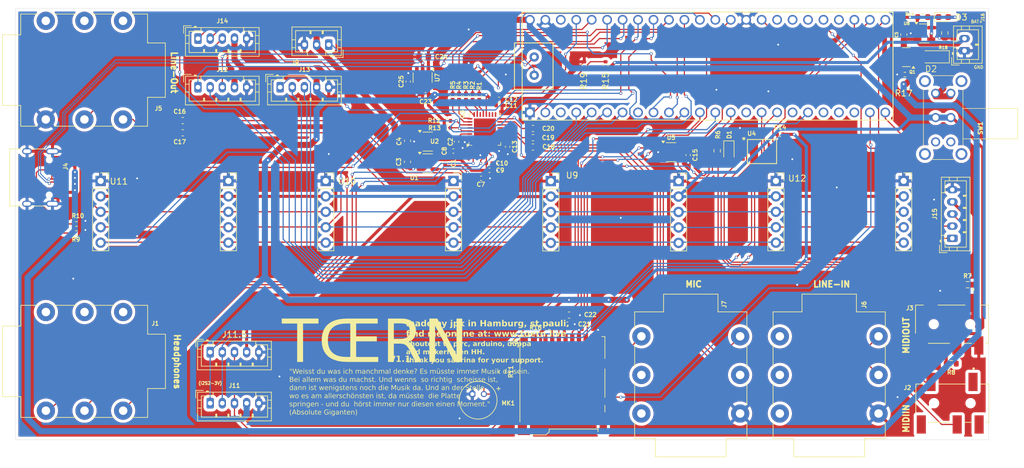
<source format=kicad_pcb>
(kicad_pcb (version 20241229) (generator "pcbnew") (generator_version "9.0")
  (layers (0 "F.Cu" signal) (4 "In1.Cu" signal) (6 "In2.Cu" signal) (2 "B.Cu" signal) (13 "F.Paste" user) (15 "B.Paste" user) (5 "F.SilkS" user "F.Silkscreen") (7 "B.SilkS" user "B.Silkscreen") (1 "F.Mask" user) (3 "B.Mask" user) (25 "Edge.Cuts" user))
  (net 0 "")
  (net 1 "GND")
  (net 2 "+3.3VA")
  (net 3 "+1V8")
  (net 4 "+5V")
  (net 5 "Net-(U1-BP)")
  (net 6 "Net-(U2-BP)")
  (net 7 "+3.3V")
  (net 8 "Net-(U3-VAG)")
  (net 9 "Net-(C16-Pad2)")
  (net 10 "Net-(U3-LINEOUT_R)")
  (net 11 "Net-(U3-LINEOUT_L)")
  (net 12 "Net-(C17-Pad2)")
  (net 13 "Net-(C18-Pad1)")
  (net 14 "LINEIN_R")
  (net 15 "Net-(C19-Pad1)")
  (net 16 "LINEIN_L")
  (net 17 "Net-(C20-Pad1)")
  (net 18 "MIC")
  (net 19 "Net-(U7-BP)")
  (net 20 "Net-(D1-A)")
  (net 21 "Net-(D1-K)")
  (net 24 "Net-(U3-HP_L)")
  (net 25 "Net-(U3-HP_R)")
  (net 26 "Net-(U3-HP_VGND)")
  (net 29 "Net-(J2-Pad3)")
  (net 32 "Net-(J3-Pad2)")
  (net 34 "Net-(J3-Pad3)")
  (net 35 "VBAT")
  (net 36 "D+")
  (net 37 "D-")
  (net 39 "Net-(J4-CC1)")
  (net 41 "Net-(J4-CC2)")
  (net 49 "Net-(MK1-+)")
  (net 52 "12_MISO_MQSL")
  (net 53 "10_CS_MQSR")
  (net 55 "14_A0_TX3_SPDIF_OUT")
  (net 57 "7_RX2_OUT1A")
  (net 58 "17_A3_TX4_SDA1")
  (net 59 "27_A13_SCK1")
  (net 60 "19_A5_SCL")
  (net 61 "18_A4_SDA")
  (net 62 "24_A10_TX6_SCL2")
  (net 63 "25_A11_RX6_SDA2")
  (net 64 "5_IN2")
  (net 65 "15_A1_RX3_SPDIF_IN")
  (net 66 "22_A8_CTX1")
  (net 67 "3_LRCLK2")
  (net 68 "4_BCLK2")
  (net 69 "2_OUT2")
  (net 70 "9_OUT1C")
  (net 71 "16_A2_RX4_SCL1")
  (net 72 "41_A17")
  (net 73 "33_MCLK2")
  (net 74 "32_OUT1B")
  (net 75 "Net-(U3-SYS_MCLK)")
  (net 76 "11_MOSI_CTX1")
  (net 77 "23_A9_CRX1_MCLK1")
  (net 78 "Net-(U3-I2S_LRCLK)")
  (net 79 "Net-(U3-I2S_SCLK)")
  (net 80 "Net-(U3-I2S_DOUT)")
  (net 81 "13_SCK_LED")
  (net 82 "Net-(U3-I2S_DIN)")
  (net 83 "Net-(R7-Pad1)")
  (net 84 "MICBIAS")
  (net 92 "Net-(U5-Pad3)")
  (net 93 "28_RX7")
  (net 94 "6_OUT1D")
  (net 95 "38_CS1_IN1")
  (net 96 "20_A6_TX5_LRCLK1")
  (net 97 "37_CS")
  (net 98 "40_A16")
  (net 99 "0_RX1_CRX2_CS1")
  (net 101 "36_CS")
  (net 102 "1_TX1_CTX2_MISO1")
  (net 103 "21_A7_RX5_BCLK1")
  (net 104 "26_A12_MOSI1")
  (net 105 "34_RX8")
  (net 107 "8_TX2_IN1")
  (net 108 "39_MISO1_OUT1A")
  (net 109 "30_CRX3")
  (net 110 "31_CTX3")
  (net 111 "35_TX8")
  (net 112 "29_TX7")
  (net 115 "VBUS")
  (net 116 "Net-(D2-K)")
  (net 117 "Net-(D3-K)")
  (net 118 "Net-(U8-STAT)")
  (net 119 "Net-(U8-PROG)")
  (footprint "Diode_SMD:D_SOD-123" (layer "F.Cu") (at 182.15 33 180)
    (property "Reference" "D2")
    (property "Value" "MBR0540")
  )
  (footprint "Resistor_SMD:R_0402_1005Metric" (layer "F.Cu") (at 124.5 34.325 -90)
    (property "Reference" "R19")
    (property "Value" "15k")
  )
  (footprint "Sensor_Audio:POM-2244P-C3310-2-R" (layer "F.Cu") (at 106.1 88.5)
    (property "Reference" "MK1")
    (property "Value" "Microphone_Condenser")
  )
  (footprint "Capacitor_SMD:C_0402_1005Metric" (layer "F.Cu") (at 102.98 48.5)
    (property "Reference" "C8")
    (property "Value" "1u")
  )
  (footprint "Resistor_SMD:R_0603_1608Metric" (layer "F.Cu") (at 111 84.825 -90)
    (property "Reference" "R11")
    (property "Value" "2k2")
  )
  (footprint "Capacitor_SMD:C_0402_1005Metric" (layer "F.Cu") (at 95.565 37.0725 90)
    (property "Reference" "C25")
    (property "Value" "1u")
  )
  (footprint "Resistor_SMD:R_0402_1005Metric" (layer "F.Cu") (at 101.99 43.54)
    (property "Reference" "R12")
    (property "Value" "10k")
  )
  (footprint "Connector_JST:JST_PH_B5B-PH-K_1x05_P2.00mm_Vertical" (layer "F.Cu") (at 185 62.865836 90)
    (property "Reference" "J15")
    (property "Value" "Conn_01x05")
  )
  (footprint "Connector_JST:JST_PH_B5B-PH-K_1x05_P2.00mm_Vertical" (layer "F.Cu") (at 63 81.6)
    (property "Reference" "J11.5")
    (property "Value" "Conn_01x05")
  )
  (footprint "Capacitor_SMD:C_0603_1608Metric" (layer "F.Cu") (at 58.5 43.5 180)
    (property "Reference" "C16")
    (property "Value" "10u")
  )
  (footprint "Resistor_SMD:R_0603_1608Metric" (layer "F.Cu") (at 187.5 70.5)
    (property "Reference" "R7")
    (property "Value" "220R")
  )
  (footprint "Connector_JST:JST_PH_B5B-PH-K_1x05_P2.00mm_Vertical" (layer "F.Cu") (at 63 90)
    (property "Reference" "J11")
    (property "Value" "Conn_01x05")
  )
  (footprint "Capacitor_SMD:C_0603_1608Metric" (layer "F.Cu") (at 116.055 47.85 180)
    (property "Reference" "C18")
    (property "Value" "10u")
  )
  (footprint "Connector_USB:USB_C_Receptacle_HRO_TYPE-C-31-M-12" (layer "F.Cu") (at 33.95 52.86 -90)
    (property "Reference" "J4")
    (property "Value" "USB_C_Receptacle_USB2.0")
  )
  (footprint "Resistor_SMD:R_0402_1005Metric" (layer "F.Cu") (at 103.92 39.51 -90)
    (property "Reference" "R4")
    (property "Value" "22R")
  )
  (footprint "Connector_PinSocket_2.54mm:DuppaI2CEncoderV2.1" (layer "F.Cu") (at 80 46.005)
    (property "Reference" "U10")
    (property "Value" "01x05 Connector_PinSocket_2.54mm" (hide yes))
  )
  (footprint "Capacitor_SMD:C_0603_1608Metric" (layer "F.Cu") (at 177.03 29.335 90)
    (property "Reference" "C5")
    (property "Value" "10u")
  )
  (footprint "Connector_JST:JST_PH_B5B-PH-K_1x05_P2.00mm_Vertical" (layer "F.Cu") (at 61 38)
    (property "Reference" "J12")
    (property "Value" "Conn_01x05")
  )
  (footprint "Resistor_SMD:R_0402_1005Metric" (layer "F.Cu") (at 101.99 44.68)
    (property "Reference" "R13")
    (property "Value" "10k")
  )
  (footprint "Capacitor_SMD:C_0402_1005Metric" (layer "F.Cu") (at 121.7 77.02 180)
    (property "Reference" "C21")
    (property "Value" "100n")
  )
  (footprint "Capacitor_SMD:C_0402_1005Metric" (layer "F.Cu") (at 101.6175 50.39 -90)
    (property "Reference" "C1")
    (property "Value" "1u")
  )
  (footprint "Package_TO_SOT_SMD:SOT-23-6" (layer "F.Cu") (at 138.77 48.69)
    (property "Reference" "U5")
    (property "Value" "74LVC2G14")
  )
  (footprint "Capacitor_SMD:C_0402_1005Metric" (layer "F.Cu") (at 110.5 40)
    (property "Reference" "C12")
    (property "Value" "1u")
  )
  (footprint "Package_TO_SOT_SMD:SOT-23-5" (layer "F.Cu") (at 98.75842 50.53552)
    (property "Reference" "U1")
    (property "Value" "SPX3819M5-L-3-3")
  )
  (footprint "Capacitor_SMD:C_0603_1608Metric" (layer "F.Cu") (at 116.07 46.31 180)
    (property "Reference" "C19")
    (property "Value" "10u")
  )
  (footprint "Capacitor_SMD:C_0603_1608Metric" (layer "F.Cu") (at 122 75.5)
    (property "Reference" "C22")
    (property "Value" "10u")
  )
  (footprint "Resistor_SMD:R_0402_1005Metric" (layer "F.Cu") (at 106.14 39.51 -90)
    (property "Reference" "R2")
    (property "Value" "22R")
  )
  (footprint "myLibKicad:5pin SO6_TOS" (layer "F.Cu") (at 153.7183 48.59)
    (property "Reference" "U4")
    (property "Value" "TLP2361V4_E")
  )
  (footprint "Resistor_SMD:R_0402_1005Metric" (layer "F.Cu") (at 107.23 39.51 -90)
    (property "Reference" "R1")
    (property "Value" "22R")
  )
  (footprint "Connector_JST:JST_PH_B3B-PH-K_1x03_P2.00mm_Vertical" (layer "F.Cu") (at 82.5 31 180)
    (property "Reference" "J9")
    (property "Value" "Conn_01x03")
  )
  (footprint "Capacitor_SMD:C_0402_1005Metric" (layer "F.Cu") (at 111.9 47.8 -90)
    (property "Reference" "C13")
    (property "Value" "150n")
  )
  (footprint "Package_TO_SOT_SMD:SOT-23-5" (layer "F.Cu") (at 180.3925 29.155)
    (property "Reference" "U8")
    (property "Value" "MCP73831-3-OT")
  )
  (footprint "Connector_Audio:Jack_6.35mm_Neutrik_NMJ6HCD2_Horizontal" (layer "F.Cu") (at 150.12 79 -90)
    (property "Reference" "J7")
    (property "Value" "AudioJack3_Switch")
  )
  (footprint "myLibKicad:CUI_SJ2-35863B1-SMT-TR" (layer "F.Cu") (at 184.95 77 180)
    (property "Reference" "J3")
    (property "Value" "CUI_SJ2-35863B1-SMT-TR")
  )
  (footprint "Capacitor_SMD:C_0402_1005Metric" (layer "F.Cu") (at 156.69 45.76)
    (property "Reference" "C14")
    (property "Value" "100n")
  )
  (footprint "LED_SMD:LED_0603_1608Metric" (layer "F.Cu") (at 183.53 26.46)
    (property "Reference" "D3")
    (property "Value" "LED")
  )
  (footprint "Resistor_SMD:R_0402_1005Metric" (layer "F.Cu") (at 41.01 60.5)
    (property "Reference" "R10")
    (property "Value" "5.1k")
  )
  (footprint "Connector_PinSocket_2.54mm:DuppaI2CEncoderV2.1" (layer "F.Cu") (at 117 46.04)
    (property "Reference" "U9")
    (property "Value" "01x05 Connector_PinSocket_2.54mm" (hide yes))
  )
  (footprint "Package_TO_SOT_SMD:SOT-23-5" (layer "F.Cu") (at 97.93 36.4225 -90)
    (property "Reference" "U7")
    (property "Value" "SPX3819M5-L-3-3")
  )
  (footprint "Resistor_SMD:R_0603_1608Metric" (layer "F.Cu") (at 184.825 83.5 180)
    (property "Reference" "R8")
    (property "Value" "220R")
  )
  (footprint "Resistor_SMD:R_0402_1005Metric" (layer "F.Cu") (at 41.01 62)
    (property "Reference" "R9")
    (property "Value" "5.1k")
  )
  (footprint "Capacitor_SMD:C_0603_1608Metric" (layer "F.Cu") (at 116.065 44.79 180)
    (property "Reference" "C20")
    (property "Value" "10u")
  )
  (footprint "myLibKicad:CUI_SJ2-35863B1-SMT-TR" (layer "F.Cu") (at 185 90 180)
    (property "Reference" "J2")
    (property "Value" "CUI_SJ2-35863B1-SMT-TR")
  )
  (footprint "Connector_Audio:Jack_6.35mm_Neutrik_NMJ6HCD2_Horizontal" (layer "F.Cu") (at 48.68102 43.307339 180)
    (property "Reference" "J5")
    (property "Value" "AudioJack3_Switch")
  )
  (footprint "Capacitor_SMD:C_0603_1608Metric" (layer "F.Cu") (at 95.45 46.825 -90)
    (property "Reference" "C4")
    (property "Value" "10u")
  )
  (footprint "Capacitor_SMD:C_0603_1608Metric" (layer "F.Cu") (at 58.5 45.5 180)
    (property "Reference" "C17")
    (property "Value" "10u")
  )
  (footprint "Resistor_SMD:R_0402_1005Metric" (layer "F.Cu") (at 118.73 77.5 180)
    (property "Reference" "R16")
    (property "Value" "10k")
  )
  (footprint "Capacitor_SMD:C_0402_1005Metric" (layer "F.Cu") (at 141.5675 49.17 -90)
    (property "Reference" "C15")
    (property "Value" "100n")
  )
  (footprint "Package_TO_SOT_SMD:SOT-23" (layer "F.Cu") (at 177.4375 33.055 180)
    (property "Reference" "Q1")
    (property "Value" "DMG3415")
  )
  (footprint "Connector_JST:JST_PH_B2B-PH-K_1x02_P2.00mm_Vertical" (layer "F.Cu") (at 187 32 90)
    (property "Reference" "J16")
    (property "Value" "BATTERY")
  )
  (footprint "Resistor_SMD:R_0402_1005Metric" (layer "F.Cu") (at 102.87 39.51 -90)
    (property "Reference" "R5")
    (property "Value" "22R")
  )
  (footprint "Package_TO_SOT_SMD:SOT-23-5" (layer "F.Cu") (at 98.77 46.95)
    (property "Reference" "U2")
    (property "Value" "SPX3819M5-L-1-8")
  )
  (footprint "Resistor_SMD:R_0402_1005Metric" (layer "F.Cu") (at 105.05 39.51 -90)
    (property "Reference" "R3")
    (property "Value" "22R")
  )
  (footprint "Diode_SMD:D_SOD-323F" (layer "F.Cu") (at 148.276528 48.447164 -90)
    (property "Reference" "D1")
    (property "Value" "BAT54J")
  )
  (footprint "Resistor_SMD:R_0402_1005Metric" (layer "F.Cu") (at 177.2 35.92)
    (property "Reference" "R17")
    (property "Value" "10k")
  )
  (footprint "Resistor_SMD:R_0603_1608Metric" (layer "F.Cu") (at 180.14 26.46 180)
    (property "Reference" "R14")
    (property "Value" "2k")
  )
  (footprint "Connector_JST:JST_PH_B5B-PH-K_1x05_P2.00mm_Vertical" (layer "F.Cu") (at 74.5 38)
    (property "Reference" "J13")
    (property "Value" "Conn_01x05")
  )
  (footprint "Connector_PinSocket_2.54mm:DuppaI2CEncoderV2.1" (layer "F.Cu") (at 43 46.005)
    (property "Reference" "U11")
    (property "Value" "01x05 Connector_PinSocket_2.54mm" (hide yes))
  )
  (footprint "Capacitor_SMD:C_0603_1608Metric" (layer "F.Cu") (at 98.105 33.0225 180)
    (property "Reference" "C24")
    (property "Value" "10u")
  )
  (footprint "Capacitor_SMD:C_0603_1608Metric" (layer "F.Cu") (at 95.443778 50.283225 -90)
    (property "Reference" "C3")
    (property "Value" "10u")
  )
  (footprint "Package_DFN_QFN:QFN-32-1EP_5x5mm_P0.5mm_EP3.6x3.6mm" (layer "F.Cu") (at 108.16 44.95 90)
    (property "Reference" "U3")
    (property "Value" "SGTL5000XNBA3")
  )
  (footprint "Connector_Card:microSD_HC_Hirose_DM3BT-DSF-PEJS" (layer "F.Cu") (at 120.9 86.925)
    (property "Reference" "J8")
    (property "Value" "Micro_SD_Card")
  )
  (footprint "Capacitor_SMD:C_0402_1005Metric" (layer "F.Cu") (at 110.5 41)
    (property "Reference" "C11")
    (property "Value" "100n")
  )
  (footprint "Resistor_SMD:R_0603_1608Metric" (layer "F.Cu") (at 183.77 29.075 90)
    (property "Reference" "R18")
    (property "Value" "2k")
  )
  (footprint "myLibKicad:EG2219" (layer "F.Cu") (at 184.75 47 90)
    (property "Reference" "SW1")
    (property "Value" "EG2219" (hide yes))
  )
  (footprint "Capacitor_SMD:C_0402_1005Metric" (layer "F.Cu") (at 108.88 50.52)
    (property "Reference" "C10")
    (property "Value" "100n")
  )
  (footprint "Connector_Audio:Jack_6.35mm_Neutrik_NMJ6HCD2_Horizontal" (layer "F.Cu") (at 172.875 79 -90)
    (property "Reference" "J6")
    (property "Value" "AudioJack3_Switch")
  )
  (footprint "Capacitor_SMD:C_0402_1005Metric" (layer "F.Cu") (at 103.5 46.98 -90)
    (property "Reference" "C2")
    (property "Value" "1u")
  )
  (footprint "Connector_JST:JST_PH_B5B-PH-K_1x05_P2.00mm_Vertical" (layer "F.Cu") (at 61 30)
    (property "Reference" "J14")
    (property "Value" "Conn_01x05")
  )
  (footprint "Capacitor_SMD:C_0402_1005Metric" (layer "F.Cu") (at 98.415 39.2325 180)
    (property "Reference" "C23")
    (property "Value" "1u")
  )
  (footprint "Resistor_SMD:R_0402_1005Metric" (layer "F.Cu") (at 128 34.325 90)
    (property "Reference" "R15")
    (property "Value" "10k")
  )
  (footprint "Capacitor_SMD:C_0402_1005Metric" (layer "F.Cu") (at 107.52 53)
    (property "Reference" "C7")
    (property "Value" "1u")
  )
  (footprint "Connector_PinSocket_2.54mm:DuppaI2CEncoderV2.1" (layer "F.Cu") (at 154 46.005)
    (property "Reference" "U12")
    (property "Value" "01x05 Connector_PinSocket_2.54mm" (hide yes))
  )
  (footprint "myLibKicad:Teensy41" (layer "F.Cu") (at 144.77 34.53)
    (property "Reference" "U6" (hide yes))
    (property "Value" "Teensy4.1" (hide yes))
  )
  (footprint "Resistor_SMD:R_0603_1608Metric" (layer "F.Cu") (at 146.34 48.46 -90)
    (property "Reference" "R6")
    (property "Value" "220R")
  )
  (footprint "Capacitor_SMD:C_0402_1005Metric" (layer "F.Cu") (at 108.92 51.68)
    (property "Reference" "C9")
    (property "Value" "1u")
  )
  (footprint "Connector_Audio:Jack_6.35mm_Neutrik_NMJ6HCD2_Horizontal" (layer "F.Cu") (at 48.7 91.23 180)
    (property "Reference" "J1")
    (property "Value" "AudioJack3_Switch")
  )
  (gr_rect (start 30.98 25.04) (end 190.98 96) (stroke (width 0.05)) (fill no) (layer "Edge.Cuts"))
  (gr_text "shoutout to pjrc, arduino, duppa \nand makerhafen HH. \nthank you sabrina for your support." (at 95.2 79.8 0) (layer "F.SilkS") (effects (font (size 0.8 0.8) (thickness 0.125) (bold yes)) (justify left top)))
  (gr_text "MIDIIN" (at 178 95 90) (layer "F.SilkS") (effects (font (size 1 1) (thickness 0.25) (bold yes)) (justify left bottom)))
  (gr_text "{dblquote}Weisst du was ich manchmal denke? Es müsste immer Musik da sein. \nBei allem was du machst. Und wenns  so richtig  scheisse ist, \ndann ist wenigstens noch die Musik da. Und an der Stelle  \nwo es am allerschönsten ist, da müsste  die Platte \nspringen - und du  hörst immer nur diesen einen Moment.{dblquote}\n(Absolute Giganten)\n" (at 76 92 0) (layer "F.SilkS") (effects (font (size 0.8 0.8) (thickness 0.1)) (justify left bottom)))
  (gr_text "MIC" (at 141 71 0) (layer "F.SilkS") (effects (font (size 1 1) (thickness 0.25) (bold yes)) (justify left bottom)))
  (gr_text "TŒRN" (at 74.8 84.4 0) (layer "F.SilkS") (effects (font (size 7 7) (thickness 0.1)) (justify left bottom)))
  (gr_text "V1.1" (at 92.4 82.2 0) (layer "F.SilkS") (effects (font (size 1 1) (thickness 0.125) (bold yes)) (justify left top)))
  (gr_text "MIDIOUT" (at 178 82 90) (layer "F.SilkS") (effects (font (size 1 1) (thickness 0.25) (bold yes)) (justify left bottom)))
  (gr_text "Line-Out" (at 56.5 32 270) (layer "F.SilkS") (effects (font (size 1 1) (thickness 0.25) (bold yes)) (justify left bottom)))
  (gr_text "LINE-IN" (at 162 71 0) (layer "F.SilkS") (effects (font (size 1 1) (thickness 0.25) (bold yes)) (justify left bottom)))
  (gr_text "Headphones" (at 57 78.5 270) (layer "F.SilkS") (effects (font (size 1 1) (thickness 0.25) (bold yes)) (justify left bottom)))
  (gr_text "made by jpk in Hamburg, st.pauli.\nfind me online at: www.toern.live" (at 95.2 79.2 0) (layer "F.SilkS") (effects (font (size 1 1) (thickness 0.25) (bold yes)) (justify left bottom)))
  (gr_text "GND" (at 188.5 35 0) (layer "F.SilkS") (effects (font (size 0.5 0.5) (thickness 0.1)) (justify left bottom)))
  (gr_text "BAT+" (at 188 27.5 0) (layer "F.SilkS") (effects (font (size 0.5 0.5) (thickness 0.1)) (justify left bottom)))
  (gr_text "(I2S2-3V)" (at 61 87 0) (layer "F.SilkS") (effects (font (size 0.5 0.5) (thickness 0.125) (bold yes)) (justify left bottom)))
  (segment (start 141.5675 49.65) (end 141.5675 50.4175) (width 0.2) (layer "F.Cu") (net 1))
  (segment (start 110.17 51.68) (end 110.18 51.69) (width 0.2) (layer "F.Cu") (net 1))
  (segment (start 123.625 79.3) (end 123.66 79.265) (width 0.5) (layer "F.Cu") (net 1))
  (segment (start 105.5 47.5) (end 106.31 47.5) (width 0.2) (layer "F.Cu") (net 1))
  (segment (start 156.21 46.46) (end 156.24 46.49) (width 0.2) (layer "F.Cu") (net 1))
  (segment (start 141.5675 50.4175) (end 141.59 50.44) (width 0.2) (layer "F.Cu") (net 1))
  (segment (start 95.825553 51.44) (end 95.443778 51.058225) (width 0.5) (layer "F.Cu") (net 1))
  (segment (start 105.3 46.2) (end 105.71 46.2) (width 0.2) (layer "F.Cu") (net 1))
  (segment (start 109.41 46.2) (end 108.16 44.95) (width 0.2) (layer "F.Cu") (net 1))
  (segment (start 42 60.5) (end 41.53 60.5) (width 0.2) (layer "F.Cu") (net 1))
  (segment (start 110.095614 48.5) (end 109.41 47.814386) (width 0.2) (layer "F.Cu") (net 1))
  (segment (start 96.5425 46.95) (end 96.5325 46.94) (width 0.5) (layer "F.Cu") (net 1))
  (segment (start 96.9475 39.2325) (end 96.94 39.24) (width 0.5) (layer "F.Cu") (net 1))
  (segment (start 123.66 79.265) (end 123.66 78) (width 0.5) (layer "F.Cu") (net 1))
  (segment (start 177.59 28.56) (end 178.16 29.13) (width 0.5) (layer "F.Cu") (net 1))
  (segment (start 122.795 75.52) (end 123.78 75.52) (width 0.5) (layer "F.Cu") (net 1))
  (segment (start 107.41 49.18) (end 107.42 49.19) (width 0.2) (layer "F.Cu") (net 1))
  (segment (start 95.8725 47.6) (end 96.5325 46.94) (width 0.5) (layer "F.Cu") (net 1))
  (segment (start 35.955 43.335) (end 35.955 43.455) (width 0.2) (layer "F.Cu") (net 1))
  (segment (start 97.33 33.44) (end 97.94 34.05) (width 0.5) (layer "F.Cu") (net 1))
  (segment (start 111.9 49) (end 111.92 49.02) (width 0.2) (layer "F.Cu") (net 1))
  (segment (start 42.5 60) (end 42 60.5) (width 0.2) (layer "F.Cu") (net 1))
  (segment (start 110.5 48.5) (end 110.095614 48.5) (width 0.2) (layer "F.Cu") (net 1))
  (segment (start 116.165 42.15) (end 115.56 42.15) (width 0.2) (layer "F.Cu") (net 1))
  (segment (start 104.5 48) (end 104 48.5) (width 0.5) (layer "F.Cu") (net 1))
  (segment (start 42.01 61.99) (end 42.5 61.5) (width 0.2) (layer "F.Cu") (net 1))
  (segment (start 97.6325 46.95) (end 96.5425 46.95) (width 0.5) (layer "F.Cu") (net 1))
  (segment (start 183.77 29.9) (end 182.89 29.9) (width 0.5) (layer "F.Cu") (net 1))
  (segment (start 136.65 48.69) (end 137.6325 48.69) (width 0.2) (layer "F.Cu") (net 1))
  (segment (start 156.21 45.76) (end 156.21 46.46) (width 0.2) (layer "F.Cu") (net 1))
  (segment (start 157.16 49.86) (end 158.69 49.86) (width 0.2) (layer "F.Cu") (net 1))
  (segment (start 104.847429 46.652571) (end 105.3 46.2) (width 0.2) (layer "F.Cu") (net 1))
  (segment (start 95.45 47.6) (end 95.8725 47.6) (width 0.5) (layer "F.Cu") (net 1))
  (segment (start 95.565 36.5925) (end 95.565 35.685) (width 0.5) (layer "F.Cu") (net 1))
  (segment (start 177.03 28.56) (end 177.59 28.56) (width 0.5) (layer "F.Cu") (net 1))
  (segment (start 126.775 77.95) (end 126.775 79.2) (width 0.5) (layer "F.Cu") (net 1))
  (segment (start 109.41 47.4) (end 109.41 46.2) (width 0.2) (layer "F.Cu") (net 1))
  (segment (start 109.4 51.68) (end 110.17 51.68) (width 0.2) (layer "F.Cu") (net 1))
  (segment (start 158.69 49.86) (end 158.7 49.85) (width 0.2) (layer "F.Cu") (net 1))
  (segment (start 107.41 47.4) (end 107.41 49.18) (width 0.2) (layer "F.Cu") (net 1))
  (segment (start 106.31 47.5) (end 106.41 47.4) (width 0.2) (layer "F.Cu") (net 1))
  (segment (start 96.3925 51.44) (end 96.3925 50.82104) (width 0.5) (layer "F.Cu") (net 1))
  (segment (start 96.3925 50.82104) (end 96.67802 50.53552) (width 0.5) (layer "F.Cu") (net 1))
  (segment (start 97.33 33.0225) (end 97.33 33.44) (width 0.5) (layer "F.Cu") (net 1))
  (segment (start 95.565 35.685) (end 95.57 35.68) (width 0.5) (layer "F.Cu") (net 1))
  (segment (start 178.185 29.155) (end 178.16 29.13) (width 0.5) (layer "F.Cu") (net 1))
  (segment (start 110.17 50.55) (end 109.39 50.55) (width 0.2) (layer "F.Cu") (net 1))
  (segment (start 176.69 35.92) (end 175.95 35.92) (width 0.2) (layer "F.Cu") (net 1))
  (segment (start 97.93 34.06) (end 97.94 34.05) (width 0.5) (layer "F.Cu") (net 1))
  (segment (start 104 48.5) (end 103.46 48.5) (width 0.5) (layer "F.Cu") (net 1))
  (segment (start 179.255 29.155) (end 178.185 29.155) (width 0.5) (layer "F.Cu") (net 1))
  (segment (start 103.96 47.46) (end 103.5 47.46) (width 0.5) (layer "F.Cu") (net 1))
  (segment (start 101.6175 50.87) (end 104.157866 50.87) (width 0.2) (layer "F.Cu") (net 1))
  (segment (start 110.956134 41) (end 111.73147 41) (width 0.2) (layer "F.Cu") (net 1))
  (segment (start 124.5 33.815) (end 116.165 42.15) (width 0.2) (layer "F.Cu") (net 1))
  (segment (start 109.41 47.814386) (end 109.41 47.12) (width 0.2) (layer "F.Cu") (net 1))
  (segment (start 96.67802 50.53552) (end 97.62092 50.53552) (width 0.5) (layer "F.Cu") (net 1))
  (segment (start 110.98 40) (end 112.5 40) (width 0.2) (layer "F.Cu") (net 1))
  (segment (start 97.935 39.2325) (end 96.9475 39.2325) (width 0.5) (layer "F.Cu") (net 1))
  (segment (start 104.847429 47.05) (end 104.847429 46.652571) (width 0.2) (layer "F.Cu") (net 1))
  (segment (start 104.157866 50.87) (end 105.318578 52.030712) (width 0.2) (layer "F.Cu") (net 1))
  (segment (start 111.73147 41) (end 112.115735 40.615735) (width 0.2) (layer "F.Cu") (net 1))
  (segment (start 111.9 48.28) (end 111.9 49) (width 0.2) (layer "F.Cu") (net 1))
  (segment (start 97.93 35.285) (end 97.93 34.06) (width 0.5) (layer "F.Cu") (net 1))
  (segment (start 182.89 29.9) (end 182.88 29.91) (width 0.5) (layer "F.Cu") (net 1))
  (segment (start 122.18 77.02) (end 122.9 77.02) (width 0.5) (layer "F.Cu") (net 1))
  (segment (start 104.847429 47.05) (end 104.86 47.05) (width 0.2) (layer "F.Cu") (net 1))
  (segment (start 104.5 48) (end 103.96 47.46) (width 0.5) (layer "F.Cu") (net 1))
  (segment (start 175.95 35.92) (end 175.94 35.91) (width 0.2) (layer "F.Cu") (net 1))
  (segment (start 109 53) (end 108 53) (width 0.2) (layer "F.Cu") (net 1))
  (segment (start 101.6475 50.9) (end 101.6175 50.87) (width 0.2) (layer "F.Cu") (net 1))
  (segment (start 41.45 61.99) (end 42.01 61.99) (width 0.2) (layer "F.Cu") (net 1))
  (segment (start 105.71 46.2) (end 105.71 46.7) (width 0.2) (layer "F.Cu") (net 1))
  (segment (start 96.3925 51.44) (end 95.825553 51.44) (width 0.5) (layer "F.Cu") (net 1))
  (via (at 95.57 35.68) (size 0.5) (drill 0.3) (layers "F.Cu" "B.Cu") (net 1))
  (via (at 111.6 35.91) (size 0.5) (drill 0.3) (layers "F.Cu" "B.Cu") (net 1))
  (via (at 111.92 49.02) (size 0.5) (drill 0.3) (layers "F.Cu" "B.Cu") (net 1))
  (via (at 107.42 49.19) (size 0.5) (drill 0.3) (layers "F.Cu" "B.Cu") (net 1))
  (via (at 97.94 34.05) (size 0.5) (drill 0.3) (layers "F.Cu" "B.Cu") (net 1))
  (via (at 123.626208 77.95) (size 0.5) (drill 0.3) (layers "F.Cu" "B.Cu") (net 1))
  (via (at 51 53) (size 0.5) (drill 0.3) (layers "F.Cu" "B.Cu") (net 1))
  (via (at 126.775 77.95) (size 0.5) (drill 0.3) (layers "F.Cu" "B.Cu") (net 1))
  (via (at 105.5 47.5) (size 0.5) (drill 0.3) (layers "F.Cu" "B.Cu") (net 1))
  (via (at 74.4 85.6) (size 0.5) (drill 0.3) (layers "F.Cu" "B.Cu") (net 1))
  (via (at 40.5 69.5) (size 0.5) (drill 0.3) (layers "F.Cu" "B.Cu") (net 1))
  (via (at 141.59 50.44) (size 0.5) (drill 0.3) (layers "F.Cu" "B.Cu") (net 1))
  (via (at 105.5 34.05) (size 0.5) (drill 0.3) (layers "F.Cu" "B.Cu") (net 1))
  (via (at 104.5 48) (size 0.5) (drill 0.3) (layers "F.Cu" "B.Cu") (net 1))
  (via (at 112.115735 40.615735) (size 0.6) (drill 0.3) (layers "F.Cu" "B.Cu") (net 1))
  (via (at 159.5 70.5) (size 0.5) (drill 0.3) (layers "F.Cu" "B.Cu") (net 1))
  (via (at 146.22 38.42) (size 0.5) (drill 0.3) (layers "F.Cu" "B.Cu") (net 1))
  (via (at 123.78 75.52) (size 0.5) (drill 0.3) (layers "F.Cu" "B.Cu") (net 1))
  (via (at 154.76 38.68) (size 0.5) (drill 0.3) (layers "F.Cu" "B.Cu") (net 1))
  (via (at 42.5 61.5) (size 0.5) (drill 0.3) (layers "F.Cu" "B.Cu") (net 1))
  (via (at 150.08 44.72) (size 0.5) (drill 0.3) (layers "F.Cu" "B.Cu") (net 1))
  (via (at 42.5 60) (size 0.5) (drill 0.3) (layers "F.Cu" "B.Cu") (net 1))
  (via (at 156.37 31) (size 0.5) (drill 0.3) (layers "F.Cu" "B.Cu") (net 1))
  (via (at 82.5 49) (size 0.5) (drill 0.3) (layers "F.Cu" "B.Cu") (net 1))
  (via (at 96.5325 46.94) (size 0.5) (drill 0.3) (layers "F.Cu" "B.Cu") (net 1))
  (via (at 105.318578 52.030712) (size 0.5) (drill 0.3) (layers "F.Cu" "B.Cu") (net 1))
  (via (at 136.65 48.69) (size 0.5) (drill 0.3) (layers "F.Cu" "B.Cu") (net 1))
  (via (at 112.5 40) (size 0.6) (drill 0.3) (layers "F.Cu" "B.Cu") (net 1))
  (via (at 110.18 51.69) (size 0.5) (drill 0.3) (layers "F.Cu" "B.Cu") (net 1))
  (via (at 110.17 50.55) (size 0.5) (drill 0.3) (layers "F.Cu" "B.Cu") (net 1))
  (via (at 104.847429 47.05) (size 0.5) (drill 0.3) (layers "F.Cu" "B.Cu") (net 1))
  (via (at 188 69) (size 0.5) (drill 0.3) (layers "F.Cu" "B.Cu") (net 1))
  (via (at 175.94 35.91) (size 0.5) (drill 0.3) (layers "F.Cu" "B.Cu") (net 1))
  (via (at 104 92.5) (size 0.5) (drill 0.3) (layers "F.Cu" "B.Cu") (net 1))
  (via (at 178.16 29.13) (size 0.5) (drill 0.3) (layers "F.Cu" "B.Cu") (net 1))
  (via (at 166 54.5) (size 0.5) (drill 0.3) (layers "F.Cu" "B.Cu") (net 1))
  (via (at 110.5 48.5) (size 0.5) (drill 0.3) (layers "F.Cu" "B.Cu") (net 1))
  (via (at 96.94 39.24) (size 0.5) (drill 0.3) (layers "F.Cu" "B.Cu") (net 1))
  (via (at 51 62.5) (size 0.5) (drill 0.3) (layers "F.Cu" "B.Cu") (net 1))
  (via (at 183 71.5) (size 0.5) (drill 0.3) (layers "F.Cu" "B.Cu") (net 1))
  (via (at 158.7 49.85) (size 0.5) (drill 0.3) (layers "F.Cu" "B.Cu") (net 1))
  (via (at 122.92 77) (size 0.5) (drill 0.3) (layers "F.Cu" "B.Cu") (net 1))
  (via (at 105.5 28.5) (size 0.5) (drill 0.3) (layers "F.Cu" "B.Cu") (net 1))
  (via (at 130.5 59.5) (size 0.5) (drill 0.3) (layers "F.Cu" "B.Cu") (net 1))
  (via (at 182 56.5) (size 0.5) (drill 0.3) (layers "F.Cu" "B.Cu") (net 1))
  (via (at 182.88 29.91) (size 0.5) (drill 0.3) (layers "F.Cu" "B.Cu") (net 1))
  (via (at 109 53) (size 0.5) (drill 0.3) (layers "F.Cu" "B.Cu") (net 1))
  (via (at 96.3925 51.44) (size 0.5) (drill 0.3) (layers "F.Cu" "B.Cu") (net 1))
  (via (at 156.24 46.49) (size 0.5) (drill 0.3) (layers "F.Cu" "B.Cu") (net 1))
  (via (at 176 89) (size 0.5) (drill 0.3) (layers "F.Cu" "B.Cu") (net 1))
  (segment (start 139.960051 53.5) (end 140 53.460051) (width 0.2) (layer "B.Cu") (net 1))
  (segment (start 119 53.46) (end 119.04 53.5) (width 0.2) (layer "B.Cu") (net 1))
  (segment (start 100.2204 49.91) (end 101.6175 49.91) (width 0.5) (layer "F.Cu") (net 2))
  (segment (start 108.41 47.4) (end 108.41 50.51) (width 0.2) (layer "F.Cu") (net 2))
  (segment (start 104.187817 49.91) (end 101.6175 49.91) (width 0.5) (layer "F.Cu") (net 2))
  (segment (start 99.89592 49.58552) (end 100.2204 49.91) (width 0.5) (layer "F.Cu") (net 2))
  (segment (start 108.4 50.52) (end 108.4 51.64) (width 0.2) (layer "F.Cu") (net 2))
  (segment (start 105.957817 51.68) (end 104.187817 49.91) (width 0.5) (layer "F.Cu") (net 2))
  (segment (start 108.44 51.68) (end 105.957817 51.68) (width 0.5) (layer "F.Cu") (net 2))
  (segment (start 99.9075 46) (end 101.635 46) (width 0.5) (layer "F.Cu") (net 3))
  (segment (start 104.3 45.7) (end 105.71 45.7) (width 0.2) (layer "F.Cu") (net 3))
  (segment (start 101.64 46.005) (end 102.135 46.5) (width 0.2) (layer "F.Cu") (net 3))
  (segment (start 102.135 46.5) (end 103.5 46.5) (width 0.2) (layer "F.Cu") (net 3))
  (segment (start 103.5 46.5) (end 104.3 45.7) (width 0.2) (layer "F.Cu") (net 3))
  (segment (start 176.999949 55.965) (end 177 55.965051) (width 0.5) (layer "F.Cu") (net 4))
  (segment (start 139.9075 48.69) (end 141.5675 48.69) (width 0.2) (layer "F.Cu") (net 4))
  (segment (start 115.56 26.91) (end 98.86 26.91) (width 1) (layer "F.Cu") (net 4))
  (segment (start 82.09 26.91) (end 80.5 28.5) (width 1) (layer "F.Cu") (net 4))
  (segment (start 93.3525 46.05) (end 93.3425 46.06) (width 0.5) (layer "F.Cu") (net 4))
  (segment (start 80.5 31.36) (end 93.3425 44.2025) (width 1) (layer "F.Cu") (net 4))
  (segment (start 104 26.91) (end 98.86 26.91) (width 0.5) (layer "F.Cu") (net 4))
  (segment (start 96.234949 55.965051) (end 103 55.965051) (width 0.5) (layer "F.Cu") (net 4))
  (segment (start 185 43) (end 182.25 43) (width 0.5) (layer "F.Cu") (net 4))
  (segment (start 98.283419 49.58552) (end 98.73342 50.035521) (width 0.5) (layer "F.Cu") (net 4))
  (segment (start 80.5 28.5) (end 80.5 31.36) (width 1) (layer "F.Cu") (net 4))
  (segment (start 80 72.2) (end 96.234949 55.965051) (width 0.5) (layer "F.Cu") (net 4))
  (segment (start 97.6325 47.9) (end 98.294999 47.9) (width 0.5) (layer "F.Cu") (net 4))
  (segment (start 184 79.1) (end 184.55 78.55) (width 0.5) (layer "F.Cu") (net 4))
  (segment (start 176.965051 56) (end 177 55.965051) (width 1) (layer "F.Cu") (net 4))
  (segment (start 97.62092 49.58552) (end 98.283419 49.58552) (width 0.5) (layer "F.Cu") (net 4))
  (segment (start 184 83.5) (end 184 79.1) (width 0.5) (layer "F.Cu") (net 4))
  (segment (start 103.034949 56) (end 103 55.965051) (width 0.5) (layer "F.Cu") (net 4))
  (segment (start 142.75 51.25) (end 142.75 48.98) (width 0.5) (layer "F.Cu") (net 4))
  (segment (start 98.3425 46) (end 97.6325 46) (width 0.5) (layer "F.Cu") (net 4))
  (segment (start 98.88 32.03) (end 104 26.91) (width 0.5) (layer "F.Cu") (net 4))
  (segment (start 93.3425 44.2025) (end 93.3425 46.06) (width 1) (layer "F.Cu") (net 4))
  (segment (start 93.3425 46.06) (end 93.3425 47.406947) (width 1) (layer "F.Cu") (net 4))
  (segment (start 98.186104 51.48552) (end 97.62092 51.48552) (width 0.5) (layer "F.Cu") (net 4))
  (segment (start 96.98 35.947499) (end 97.430001 36.3975) (width 0.5) (layer "F.Cu") (net 4))
  (segment (start 98.6725 36.3975) (end 98.88 36.19) (width 0.5) (layer "F.Cu") (net 4))
  (segment (start 98.745 47.449999) (end 98.745 46.4025) (width 0.5) (layer "F.Cu") (net 4))
  (segment (start 144 52) (end 143.5 52) (width 0.5) (layer "F.Cu") (net 4))
  (segment (start 98.86 26.91) (end 82.09 26.91) (width 1) (layer "F.Cu") (net 4))
  (segment (start 98.88 33.0225) (end 98.88 32.03) (width 0.5) (layer "F.Cu") (net 4))
  (segment (start 98.73342 50.035521) (end 98.73342 50.938204) (width 0.5) (layer "F.Cu") (net 4))
  (segment (start 65.999949 55.965) (end 66 55.965051) (width 0.5) (layer "F.Cu") (net 4))
  (segment (start 95.521073 49.58552) (end 97.62092 49.58552) (width 0.5) (layer "F.Cu") (net 4))
  (segment (start 66 55.965051) (end 66.034949 56) (width 1) (layer "F.Cu") (net 4))
  (segment (start 97.430001 36.3975) (end 98.6725 36.3975) (width 0.5) (layer "F.Cu") (net 4))
  (segment (start 97.6325 46) (end 95.5 46) (width 0.5) (layer "F.Cu") (net 4))
  (segment (start 156 55.965) (end 176.999949 55.965) (width 0.5) (layer "F.Cu") (net 4))
  (segment (start 96.98 35.285) (end 96.98 35.947499) (width 0.5) (layer "F.Cu") (net 4))
  (segment (start 93.3425 47.406947) (end 95.443778 49.508225) (width 1) (layer "F.Cu") (net 4))
  (segment (start 73.2 72.2) (end 80 72.2) (width 0.5) (layer "F.Cu") (net 4))
  (segment (start 190 48) (end 185 43) (width 0.5) (layer "F.Cu") (net 4))
  (segment (start 188.95 78.55) (end 190 77.5) (width 0.5) (layer "F.Cu") (net 4))
  (segment (start 143.5 52) (end 142.75 51.25) (width 0.5) (layer "F.Cu") (net 4))
  (segment (start 98.88 33.0225) (end 98.88 35.285) (width 0.5) (layer "F.Cu") (net 4))
  (segment (start 98.88 36.19) (end 98.88 35.285) (width 0.5) (layer "F.Cu") (net 4))
  (segment (start 45 55.965) (end 65.999949 55.965) (width 0.5) (layer "F.Cu") (net 4))
  (segment (start 184.55 78.55) (end 188.95 78.55) (width 0.5) (layer "F.Cu") (net 4))
  (segment (start 69 81.6) (end 69 76.4) (width 0.5) (layer "F.Cu") (net 4))
  (segment (start 142.75 48.98) (end 142.46 48.69) (width 0.5) (layer "F.Cu") (net 4))
  (segment (start 98.73342 50.938204) (end 98.186104 51.48552) (width 0.5) (layer "F.Cu") (net 4))
  (segment (start 81.999949 55.965051) (end 82 55.965) (width 0.5) (layer "F.Cu") (net 4))
  (segment (start 95.45 46.05) (end 93.3525 46.05) (width 0.5) (layer "F.Cu") (net 4))
  (segment (start 119 56) (end 103.034949 56) (width 0.5) (layer "F.Cu") (net 4))
  (segment (start 66 55.965051) (end 81.999949 55.965051) (width 0.5) (layer "F.Cu") (net 4))
  (segment (start 81.965 56) (end 82 55.965) (width 1) (layer "F.Cu") (net 4))
  (segment (start 69 76.4) (end 73.2 72.2) (width 0.5) (layer "F.Cu") (net 4))
  (segment (start 156 55.965) (end 156.035 56) (width 1) (layer "F.Cu") (net 4))
  (segment (start 98.294999 47.9) (end 98.745 47.449999) (width 0.5) (layer "F.Cu") (net 4))
  (segment (start 142.46 48.69) (end 141.5675 48.69) (width 0.5) (layer "F.Cu") (net 4))
  (segment (start 190 77.5) (end 190 48) (width 0.5) (layer "F.Cu") (net 4))
  (segment (start 98.745 46.4025) (end 98.3425 46) (width 0.5) (layer "F.Cu") (net 4))
  (via (at 144 52) (size 0.5) (drill 0.3) (layers "F.Cu" "B.Cu") (net 4))
  (segment (start 102.965051 56) (end 103 55.965051) (width 1) (layer "B.Cu") (net 4))
  (segment (start 122.39 34.89) (end 115.56 28.06) (width 1) (layer "B.Cu") (net 4))
  (segment (start 119.000051 56.000051) (end 119 56) (width 0.5) (layer "B.Cu") (net 4))
  (segment (start 139.999949 56) (end 140 56.000051) (width 1) (layer "B.Cu") (net 4))
  (segment (start 115.56 28.06) (end 115.56 26.91) (width 1) (layer "B.Cu") (net 4))
  (segment (start 140 56.000051) (end 155.964949 56.000051) (width 0.5) (layer "B.Cu") (net 4))
  (segment (start 140 56.000026) (end 140 56.000051) (width 0.5) (layer "B.Cu") (net 4))
  (segment (start 144 52.000026) (end 140 56.000026) (width 0.5) (layer "B.Cu") (net 4))
  (segment (start 170.02 34.89) (end 122.39 34.89) (width 1) (layer "B.Cu") (net 4))
  (segment (start 182.25 43) (end 178.13 43) (width 0.5) (layer "B.Cu") (net 4))
  (segment (start 155.964949 56.000051) (end 156 55.965) (width 0.5) (layer "B.Cu") (net 4))
  (segment (start 140 56.000051) (end 119.000051 56.000051) (width 0.5) (layer "B.Cu") (net 4))
  (segment (start 102.999949 55.965) (end 103 55.965051) (width 0.5) (layer "B.Cu") (net 4))
  (segment (start 156.59 44.91) (end 149.5 52) (width 0.5) (layer "B.Cu") (net 4))
  (segment (start 149.5 52) (end 144 52) (width 0.5) (layer "B.Cu") (net 4))
  (segment (start 184.75 43) (end 182.25 43) (width 0.5) (layer "B.Cu") (net 4))
  (segment (start 176.22 44.91) (end 156.59 44.91) (width 0.5) (layer "B.Cu") (net 4))
  (segment (start 82 55.965) (end 82.035 56) (width 1) (layer "B.Cu") (net 4))
  (segment (start 144 52) (end 144 52.000026) (width 0.5) (layer "B.Cu") (net 4))
  (segment (start 178.13 43) (end 170.02 34.89) (width 1) (layer "B.Cu") (net 4))
  (segment (start 184.75 43) (end 178.13 43) (width 1) (layer "B.Cu") (net 4))
  (segment (start 178.13 43) (end 176.22 44.91) (width 0.5) (layer "B.Cu") (net 4))
  (segment (start 140 56.000051) (end 140.000051 56) (width 1) (layer "B.Cu") (net 4))
  (segment (start 155.965 56) (end 156 55.965) (width 1) (layer "B.Cu") (net 4))
  (segment (start 82 55.965) (end 102.999949 55.965) (width 0.5) (layer "B.Cu") (net 4))
  (segment (start 99.84 51.54144) (end 99.89592 51.48552) (width 0.2) (layer "F.Cu") (net 5))
  (segment (start 99.89592 51.48552) (end 99.93144 51.45) (width 0.2) (layer "F.Cu") (net 5))
  (segment (start 105.5 53) (end 107.04 53) (width 0.2) (layer "F.Cu") (net 5))
  (segment (start 99.93144 51.45) (end 103.95 51.45) (width 0.2) (layer "F.Cu") (net 5))
  (segment (start 103.95 51.45) (end 105.5 53) (width 0.2) (layer "F.Cu") (net 5))
  (segment (start 99.9075 47.9) (end 101.40255 47.9) (width 0.5) (layer "F.Cu") (net 6))
  (segment (start 102.00255 48.5) (end 102.5 48.5) (width 0.5) (layer "F.Cu") (net 6))
  (segment (start 101.40255 47.9) (end 102.00255 48.5) (width 0.5) (layer "F.Cu") (net 6))
  (segment (start 120.575 81) (end 121.425 80.15) (width 0.5) (layer "F.Cu") (net 7))
  (segment (start 79 35) (end 68.5 35) (width 1) (layer "F.Cu") (net 7))
  (segment (start 98.88 37.56) (end 98.88 39.2175) (width 0.5) (layer "F.Cu") (net 7))
  (segment (start 187.55 59.415836) (end 185 56.865836) (width 0.5) (layer "F.Cu") (net 7))
  (segment (start 110.02 40) (end 110.02 41) (width 0.5) (layer "F.Cu") (net 7))
  (segment (start 108.41 42.5) (end 108.39 42.48) (width 0.2) (layer "F.Cu") (net 7))
  (segment (start 108.39 42.48) (end 108.39 39.24) (width 0.2) (layer "F.Cu") (net 7))
  (segment (start 101.48 43.54) (end 101.48 44.68) (width 0.5) (layer "F.Cu") (net 7))
  (segment (start 117.325 78.395) (end 117.325 80.325) (width 0.5) (layer "F.Cu") (net 7))
  (segment (start 98.895 39.2325) (end 99.9175 39.2325) (width 0.5) (layer "F.Cu") (net 7))
  (segment (start 67 33.5) (end 67 30) (width 1) (layer "F.Cu") (net 7))
  (segment (start 68.5 35) (end 67 36.5) (width 1) (layer "F.Cu") (net 7))
  (segment (start 121.45 79.275) (end 121.425 79.3) (width 0.5) (layer "F.Cu") (net 7))
  (segment (start 80.5 36.5) (end 79 35) (width 1) (layer "F.Cu") (net 7))
  (segment (start 118 81) (end 120.575 81) (width 0.5) (layer "F.Cu") (net 7))
  (segment (start 121.22 77.02) (end 121.22 79.095) (width 0.5) (layer "F.Cu") (net 7))
  (segment (start 98.895 40.995) (end 98.895 39.2325) (width 0.5) (layer "F.Cu") (net 7))
  (segment (start 109.15 40) (end 108.39 39.24) (width 0.5) (layer "F.Cu") (net 7))
  (segment (start 121 73) (end 118.22 75.78) (width 0.5) (layer "F.Cu") (net 7))
  (segment (start 157.17 45.76) (end 157.17 47.31) (width 0.2) (layer "F.Cu") (net 7))
  (segment (start 101.48 43.54) (end 101.44 43.54) (width 0.5) (layer "F.Cu") (net 7))
  (segment (start 122 73) (end 121 73) (width 0.5) (layer "F.Cu") (net 7))
  (segment (start 186.25 66.25) (end 187.55 64.95) (width 0.5) (layer "F.Cu") (net 7))
  (segment (start 187.55 64.95) (end 187.55 59.415836) (width 0.5) (layer "F.Cu") (net 7))
  (segment (start 118.22 75.78) (end 118.22 77.5) (width 0.5) (layer "F.Cu") (net 7))
  (segment (start 159 45.76) (end 157.17 45.76) (width 0.5) (layer "F.Cu") (net 7))
  (segment (start 99.9175 39.2325) (end 99.93 39.22) (width 0.5) (layer "F.Cu") (net 7))
  (segment (start 75 47.5) (end 79.5 47.5) (width 1) (layer "F.Cu") (net 7))
  (segment (start 72.5 50) (end 75 47.5) (width 1) (layer "F.Cu") (net 7))
  (segment (start 121.22 75.505) (end 121.225 75.5) (width 0.5) (layer "F.Cu") (net 7))
  (segment (start 121.425 80.15) (end 121.425 79.3) (width 0.5) (layer "F.Cu") (net 7))
  (segment (start 80.5 38) (end 80.5 36.5) (width 1) (layer "F.Cu") (net 7))
  (segment (start 121.22 79.095) (end 121.425 79.3) (width 0.5) (layer "F.Cu") (net 7))
  (segment (start 161 66.25) (end 186.25 66.25) (width 0.5) (layer "F.Cu") (net 7))
  (segment (start 110.02 40) (end 109.15 40) (width 0.5) (layer "F.Cu") (net 7))
  (segment (start 121.22 77.02) (end 121.22 75.505) (width 0.5) (layer "F.Cu") (net 7))
  (segment (start 128.5 73) (end 131.5 73) (width 1) (layer "F.Cu") (net 7))
  (segment (start 67 36.5) (end 67 38) (width 1) (layer "F.Cu") (net 7))
  (segment (start 79.5 47.5) (end 80.5 46.5) (width 1) (layer "F.Cu") (net 7))
  (segment (start 117.325 80.325) (end 118 81) (width 0.5) (layer "F.Cu") (net 7))
  (segment (start 68.5 35) (end 67 33.5) (width 1) (layer "F.Cu") (net 7))
  (segment (start 101.44 43.54) (end 98.895 40.995) (width 0.5) (layer "F.Cu") (net 7))
  (segment (start 118.22 77.5) (end 117.325 78.395) (width 0.5) (layer "F.Cu") (net 7))
  (via (at 128.5 73) (size 0.5) (drill 0.3) (layers "F.Cu" "B.Cu") (net 7))
  (via (at 80.5 46.5) (size 0.5) (drill 0.3) (layers "F.Cu" "B.Cu") (net 7))
  (via (at 108.39 39.24) (size 0.5) (drill 0.3) (layers "F.Cu" "B.Cu") (net 7))
  (via (at 161 66.25) (size 0.5) (drill 0.3) (layers "F.Cu" "B.Cu") (net 7))
  (via (at 72.5 50) (size 0.5) (drill 0.3) (layers "F.Cu" "B.Cu") (net 7))
  (via (at 99.93 39.22) (size 0.5) (drill 0.3) (layers "F.Cu" "B.Cu") (net 7))
  (via (at 131.5 73) (size 0.5) (drill 0.3) (layers "F.Cu" "B.Cu") (net 7))
  (via (at 159 45.76) (size 0.5) (drill 0.3) (layers "F.Cu" "B.Cu") (net 7))
  (via (at 122 73) (size 0.5) (drill 0.3) (layers "F.Cu" "B.Cu") (net 7))
  (segment (start 161 47.76) (end 159 45.76) (width 0.5) (layer "B.Cu") (net 7))
  (segment (start 161 66.25) (end 159.2 68.05) (width 0.5) (layer "B.Cu") (net 7))
  (segment (start 108.38 39.23) (end 108.39 39.24) (width 0.5) (layer "B.Cu") (net 7))
  (segment (start 69 92) (end 69 90) (width 1) (layer "B.Cu") (net 7))
  (segment (start 72.5 50) (end 72 50.5) (width 1) (layer "B.Cu") (net 7))
  (segment (start 136.338909 68.05) (end 131.5 72.888909) (width 0.5) (layer "B.Cu") (net 7))
  (segment (start 75.8 73) (end 72 69.2) (width 1) (layer "B.Cu") (net 7))
  (segment (start 122 73) (end 123 73) (width 1) (layer "B.Cu") (net 7))
  (segment (start 99.93 39.22) (end 99.94 39.23) (width 0.5) (layer "B.Cu") (net 7))
  (segment (start 80.5 46.5) (end 80.5 41.69) (width 1) (layer "B.Cu") (net 7))
  (segment (start 98.96 40.19) (end 82 40.19) (width 1) (layer "B.Cu") (net 7))
  (segment (start 72 69.2) (end 70.2 71) (width 1) (layer "B.Cu") (net 7))
  (segment (start 80.5 41.69) (end 82 40.19) (width 1) (layer "B.Cu") (net 7))
  (segment (start 82 40.19) (end 80.5 38.69) (width 1) (layer "B.Cu") (net 7))
  (segment (start 131.5 72.888909) (end 131.5 73) (width 0.5) (layer "B.Cu") (net 7))
  (segment (start 161 66.25) (end 161 47.76) (width 0.5) (layer "B.Cu") (net 7))
  (segment (start 80.5 38.69) (end 80.5 38) (width 1) (layer "B.Cu") (net 7))
  (segment (start 123 73) (end 128.5 73) (width 1) (layer "B.Cu") (net 7))
  (segment (start 159.2 68.05) (end 136.338909 68.05) (width 0.5) (layer "B.Cu") (net 7))
  (segment (start 60.2 91.8) (end 61 92.6) (width 1) (layer "B.Cu") (net 7))
  (segment (start 122 73) (end 75.8 73) (width 1) (layer "B.Cu") (net 7))
  (segment (start 99.93 39.22) (end 98.96 40.19) (width 1) (layer "B.Cu") (net 7))
  (segment (start 60.2 81) (end 60.2 91.8) (width 1) (layer "B.Cu") (net 7))
  (segment (start 72 50.5) (end 72 69.2) (width 1) (layer "B.Cu") (net 7))
  (segment (start 99.94 39.23) (end 108.38 39.23) (width 0.5) (layer "B.Cu") (net 7))
  (segment (start 70.2 71) (end 60.2 81) (width 1) (layer "B.Cu") (net 7))
  (segment (start 61 92.6) (end 68.4 92.6) (width 1) (layer "B.Cu") (net 7))
  (segment (start 131.5 73) (end 131.388909 73) (width 0.5) (layer "B.Cu") (net 7))
  (segment (start 68.4 92.6) (end 69 92) (width 1) (layer "B.Cu") (net 7))
  (segment (start 111.9 47.32) (end 111.9 47.040001) (width 0.2) (layer "F.Cu") (net 8))
  (segment (start 111.059999 46.2) (end 110.61 46.2) (width 0.2) (layer "F.Cu") (net 8))
  (segment (start 111.9 47.040001) (end 111.059999 46.2) (width 0.2) (layer "F.Cu") (net 8))
  (segment (start 53 43.5) (end 57.725 43.5) (width 0.2) (layer "F.Cu") (net 9))
  (segment (start 44.638359 41) (end 50.5 41) (width 0.2) (layer "F.Cu") (net 9))
  (segment (start 50.5 41) (end 53 43.5) (width 0.2) (layer "F.Cu") (net 9))
  (segment (start 42.33102 43.307339) (end 44.638359 41) (width 0.2) (layer "F.Cu") (net 9))
  (segment (start 42.305 43.805) (end 42.305 43.335) (width 0.2) (layer "F.Cu") (net 9))
  (segment (start 87.138909 43.977052) (end 87.138909 43.5) (width 0.2) (layer "F.Cu") (net 10))
  (segment (start 112.82 46.885686) (end 112.82 51.114314) (width 0.2) (layer "F.Cu") (net 10))
  (segment (start 112.82 51.114314) (end 110.324314 53.61) (width 0.2) (layer "F.Cu") (net 10))
  (segment (start 87.138909 43.5) (end 59.275 43.5) (width 0.2) (layer "F.Cu") (net 10))
  (segment (start 111.634314 45.7) (end 112.82 46.885686) (width 0.2) (layer "F.Cu") (net 10))
  (segment (start 110.61 45.7) (end 111.634314 45.7) (width 0.2) (layer "F.Cu") (net 10))
  (segment (start 95.247377 52.08552) (end 87.138909 43.977052) (width 0.2) (layer "F.Cu") (net 10))
  (segment (start 103.960469 52.08552) (end 95.247377 52.08552) (width 0.2) (layer "F.Cu") (net 10))
  (segment (start 105.484949 53.61) (end 103.960469 52.08552) (width 0.2) (layer "F.Cu") (net 10))
  (segment (start 110.324314 53.61) (end 105.484949 53.61) (width 0.2) (layer "F.Cu") (net 10))
  (segment (start 92.185552 54.685552) (end 109.814448 54.685552) (width 0.2) (layer "F.Cu") (net 11))
  (segment (start 111.7 45.2) (end 110.61 45.2) (width 0.2) (layer "F.Cu") (net 11))
  (segment (start 83 45.5) (end 92.185552 54.685552) (width 0.2) (layer "F.Cu") (net 11))
  (segment (start 109.814448 54.685552) (end 113.41 51.09) (width 0.2) (layer "F.Cu") (net 11))
  (segment (start 113.41 46.91) (end 111.7 45.2) (width 0.2) (layer "F.Cu") (net 11))
  (segment (start 113.41 51.09) (end 113.41 46.91) (width 0.2) (layer "F.Cu") (net 11))
  (segment (start 59.275 45.5) (end 83 45.5) (width 0.2) (layer "F.Cu") (net 11))
  (segment (start 51.5 44.5) (end 56.725 44.5) (width 0.2) (layer "F.Cu") (net 12))
  (segment (start 56.725 44.5) (end 57.725 45.5) (width 0.2) (layer "F.Cu") (net 12))
  (segment (start 50.307339 43.307339) (end 51.5 44.5) (width 0.2) (layer "F.Cu") (net 12))
  (segment (start 48.68102 43.307339) (end 50.307339 43.307339) (width 0.2) (layer "F.Cu") (net 12))
  (segment (start 116.83 47.85) (end 117.284314 47.85) (width 0.2) (layer "F.Cu") (net 13))
  (segment (start 170.025 82.5) (end 172.875 85.35) (width 0.2) (layer "F.Cu") (net 13))
  (segment (start 145 82.5) (end 170.025 82.5) (width 0.2) (layer "F.Cu") (net 13))
  (segment (start 136.5 55) (end 136.5 74) (width 0.2) (layer "F.Cu") (net 13))
  (segment (start 117.284314 47.85) (end 117.934314 48.5) (width 0.2) (layer "F.Cu") (net 13))
  (segment (start 130 48.5) (end 136.5 55) (width 0.2) (layer "F.Cu") (net 13))
  (segment (start 117.934314 48.5) (end 130 48.5) (width 0.2) (layer "F.Cu") (net 13))
  (segment (start 136.5 74) (end 145 82.5) (width 0.2) (layer "F.Cu") (net 13))
  (segment (start 115.23 47.85) (end 115.28 47.85) (width 0.2) (layer "F.Cu") (net 14))
  (segment (start 112.08 44.7) (end 115.23 47.85) (width 0.2) (layer "F.Cu") (net 14))
  (segment (start 110.61 44.7) (end 112.08 44.7) (width 0.2) (layer "F.Cu") (net 14))
  (segment (start 137 54.5) (end 137 73.5) (width 0.2) (layer "F.Cu") (net 15))
  (segment (start 116.845 46.31) (end 118.535 48) (width 0.2) (layer "F.Cu") (net 15))
  (segment (start 118.535 48) (end 130.5 48) (width 0.2) (layer "F.Cu") (net 15))
  (segment (start 130.5 48) (end 137 54.5) (width 0.2) (layer "F.Cu") (net 15))
  (segment (start 169.875 82) (end 172.875 79) (width 0.2) (layer "F.Cu") (net 15))
  (segment (start 145.5 82) (end 169.875 82) (width 0.2) (layer "F.Cu") (net 15))
  (segment (start 137 73.5) (end 145.5 82) (width 0.2) (layer "F.Cu") (net 15))
  (segment (start 112.2 44.2) (end 110.61 44.2) (width 0.2) (layer "F.Cu") (net 16))
  (segment (start 115.295 46.31) (end 114.31 46.31) (width 0.2) (layer "F.Cu") (net 16))
  (segment (start 114.31 46.31) (end 112.2 44.2) (width 0.2) (layer "F.Cu") (net 16))
  (segment (start 137.5 54) (end 137.5 72.967157) (width 0.2) (layer "F.Cu") (net 17))
  (segment (start 137.5 72.967157) (end 146 81.467157) (width 0.2) (layer "F.Cu") (net 17))
  (segment (start 117.595 45.836304) (end 117.595 46.095) (width 0.2) (layer "F.Cu") (net 17))
  (segment (start 119 47.5) (end 131 47.5) (width 0.2) (layer "F.Cu") (net 17))
  (segment (start 117.595 46.095) (end 119 47.5) (width 0.2) (layer "F.Cu") (net 17))
  (segment (start 116.84 45.081304) (end 117.595 45.836304) (width 0.2) (layer "F.Cu") (net 17))
  (segment (start 146 81.467157) (end 147.652843 81.467157) (width 0.2) (layer "F.Cu") (net 17))
  (segment (start 147.652843 81.467157) (end 150.12 79) (width 0.2) (layer "F.Cu") (net 17))
  (segment (start 131 47.5) (end 137.5 54) (width 0.2) (layer "F.Cu") (net 17))
  (segment (start 116.84 44.79) (end 116.84 45.081304) (width 0.2) (layer "F.Cu") (net 17))
  (segment (start 114.17 44.79) (end 113.08 43.7) (width 0.2) (layer "F.Cu") (net 18))
  (segment (start 113.08 43.7) (end 110.61 43.7) (width 0.2) (layer "F.Cu") (net 18))
  (segment (start 115.29 44.79) (end 114.17 44.79) (width 0.2) (layer "F.Cu") (net 18))
  (segment (start 96.98 37.56) (end 95.5725 37.56) (width 0.5) (layer "F.Cu") (net 19))
  (segment (start 180.5 86.5) (end 181.5 86.5) (width 0.2) (layer "F.Cu") (net 20))
  (segment (start 174.265686 67.2) (end 177.96 70.894315) (width 0.2) (layer "F.Cu") (net 20))
  (segment (start 150.2766 49.86) (end 147 53.1366) (width 0.2) (layer "F.Cu") (net 20))
  (segment (start 149.037164 49.547164) (end 149.35 49.86) (width 0.2) (layer "F.Cu") (net 20))
  (segment (start 148.276528 49.547164) (end 149.037164 49.547164) (width 0.2) (layer "F.Cu") (net 20))
  (segment (start 147 65.565686) (end 148.634314 67.2) (width 0.2) (layer "F.Cu") (net 20))
  (segment (start 147 53.1366) (end 147 65.565686) (width 0.2) (layer "F.Cu") (net 20))
  (segment (start 149.35 49.86) (end 150.2766 49.86) (width 0.2) (layer "F.Cu") (net 20))
  (segment (start 177.96 83.96) (end 180.5 86.5) (width 0.2) (layer "F.Cu") (net 20))
  (segment (start 148.634314 67.2) (end 174.265686 67.2) (width 0.2) (layer "F.Cu") (net 20))
  (segment (start 177.96 70.894315) (end 177.96 83.96) (width 0.2) (layer "F.Cu") (net 20))
  (segment (start 146.34 47.635) (end 147.305 47.635) (width 0.2) (layer "F.Cu") (net 21))
  (segment (start 147.592836 47.347164) (end 148.276528 47.347164) (width 0.2) (layer "F.Cu") (net 21))
  (segment (start 148.276528 47.347164) (end 150.249436 47.347164) (width 0.2) (layer "F.Cu") (net 21))
  (segment (start 147.305 47.635) (end 147.592836 47.347164) (width 0.2) (layer "F.Cu") (net 21))
  (segment (start 109.401409 49.401409) (end 108.91 48.91) (width 0.2) (layer "F.Cu") (net 24))
  (segment (start 108.91 48.91) (end 108.91 47.4) (width 0.2) (layer "F.Cu") (net 24))
  (segment (start 80.25 71) (end 68.8 71) (width 0.2) (layer "F.Cu") (net 24))
  (segment (start 87 64.25) (end 80.25 71) (width 0.2) (layer "F.Cu") (net 24))
  (segment (start 88 54) (end 87 55) (width 0.2) (layer "F.Cu") (net 24))
  (segment (start 87 55) (end 87 64.25) (width 0.2) (layer "F.Cu") (net 24))
  (segment (start 68.8 71) (end 49.27 90.53) (width 0.2) (layer "F.Cu") (net 24))
  (segment (start 48.5 90.53) (end 49.2 91.23) (width 0.2) (layer "F.Cu") (net 24))
  (segment (start 49.27 90.53) (end 48.5 90.53) (width 0.2) (layer "F.Cu") (net 24))
  (via (at 88 54) (size 0.5) (drill 0.3) (layers "F.Cu" "B.Cu") (net 24))
  (via (at 109.401409 49.401409) (size 0.5) (drill 0.3) (layers "F.Cu" "B.Cu") (net 24))
  (segment (start 107.322818 51.48) (end 109.401409 49.401409) (width 0.2) (layer "B.Cu") (net 24))
  (segment (start 100 53.5) (end 102.02 51.48) (width 0.2) (layer "B.Cu") (net 24))
  (segment (start 88.5 53.5) (end 100 53.5) (width 0.2) (layer "B.Cu") (net 24))
  (segment (start 102.02 51.48) (end 107.322818 51.48) (width 0.2) (layer "B.Cu") (net 24))
  (segment (start 88 54) (end 88.5 53.5) (width 0.2) (layer "B.Cu") (net 24))
  (segment (start 62.6 70.5) (end 42.85 90.25) (width 0.2) (layer "F.Cu") (net 25))
  (segment (start 86.361091 64.138909) (end 80 70.5) (width 0.2) (layer "F.Cu") (net 25))
  (segment (start 106.24 49.592182) (end 106.24 50.53) (width 0.2) (layer "F.Cu") (net 25))
  (segment (start 42.85 90.25) (end 42.85 91.23) (width 0.2) (layer "F.Cu") (net 25))
  (segment (start 106.91 48.922182) (end 106.24 49.592182) (width 0.2) (layer "F.Cu") (net 25))
  (segment (start 106.91 47.4) (end 106.91 48.922182) (width 0.2) (layer "F.Cu") (net 25))
  (segment (start 86.361091 52.361091) (end 86.361091 64.138909) (width 0.2) (layer "F.Cu") (net 25))
  (segment (start 80 70.5) (end 62.6 70.5) (width 0.2) (layer "F.Cu") (net 25))
  (via (at 86.361091 52.361091) (size 0.5) (drill 0.3) (layers "F.Cu" "B.Cu") (net 25))
  (via (at 106.24 50.53) (size 0.5) (drill 0.3) (layers "F.Cu" "B.Cu") (net 25))
  (segment (start 100.97 50.53) (end 106.24 50.53) (width 0.2) (layer "B.Cu") (net 25))
  (segment (start 86.361091 52.361091) (end 86.722182 52) (width 0.2) (layer "B.Cu") (net 25))
  (segment (start 86.722182 52) (end 99.5 52) (width 0.2) (layer "B.Cu") (net 25))
  (segment (start 99.5 52) (end 100.97 50.53) (width 0.2) (layer "B.Cu") (net 25))
  (segment (start 107.48 50.043866) (end 107.48 50.545) (width 0.2) (layer "F.Cu") (net 26))
  (segment (start 107.91 48.902182) (end 107.97 48.962182) (width 0.2) (layer "F.Cu") (net 26))
  (segment (start 107.91 47.4) (end 107.91 48.902182) (width 0.2) (layer "F.Cu") (net 26))
  (segment (start 85.497388 54.375051) (end 85.5 54.377663) (width 0.2) (layer "F.Cu") (net 26))
  (segment (start 85.5 54.377663) (end 85.5 64.25) (width 0.2) (layer "F.Cu") (net 26))
  (segment (start 107.97 49.553866) (end 107.48 50.043866) (width 0.2) (layer "F.Cu") (net 26))
  (segment (start 85.5 64.25) (end 79.75 70) (width 0.2) (layer "F.Cu") (net 26))
  (segment (start 107.97 48.962182) (end 107.97 49.553866) (width 0.2) (layer "F.Cu") (net 26))
  (segment (start 79.75 70) (end 57.73 70) (width 0.2) (layer "F.Cu") (net 26))
  (segment (start 57.73 70) (end 36.5 91.23) (width 0.2) (layer "F.Cu") (net 26))
  (via (at 85.497388 54.375051) (size 0.5) (drill 0.3) (layers "F.Cu" "B.Cu") (net 26))
  (via (at 107.48 50.545) (size 0.5) (drill 0.3) (layers "F.Cu" "B.Cu") (net 26))
  (segment (start 99.54 53) (end 101.46 51.08) (width 0.2) (layer "B.Cu") (net 26))
  (segment (start 101.46 51.08) (end 106.945 51.08) (width 0.2) (layer "B.Cu") (net 26))
  (segment (start 86.872439 53) (end 99.54 53) (width 0.2) (layer "B.Cu") (net 26))
  (segment (start 85.497388 54.375051) (end 86.872439 53) (width 0.2) (layer "B.Cu") (net 26))
  (segment (start 106.945 51.08) (end 107.48 50.545) (width 0.2) (layer "B.Cu") (net 26))
  (segment (start 148.468628 67.6) (end 174.1 67.6) (width 0.2) (layer "F.Cu") (net 29))
  (segment (start 174.1 67.6) (end 177.56 71.06) (width 0.2) (layer "F.Cu") (net 29))
  (segment (start 146.5 49.5) (end 146.5 65.631372) (width 0.2) (layer "F.Cu") (net 29))
  (segment (start 146.34 49.285) (end 146.34 49.34) (width 0.2) (layer "F.Cu") (net 29))
  (segment (start 146.5 65.631372) (end 148.468628 67.6) (width 0.2) (layer "F.Cu") (net 29))
  (segment (start 177.56 87.81) (end 183.25 93.5) (width 0.2) (layer "F.Cu") (net 29))
  (segment (start 185.8 93.5) (end 185.8 92.5) (width 0.2) (layer "F.Cu") (net 29))
  (segment (start 177.56 71.06) (end 177.56 87.81) (width 0.2) (layer "F.Cu") (net 29))
  (segment (start 183.25 93.5) (end 185.8 93.5) (width 0.2) (layer "F.Cu") (net 29))
  (segment (start 146.34 49.34) (end 146.5 49.5) (width 0.2) (layer "F.Cu") (net 29))
  (segment (start 184.325 71.5) (end 187.325 71.5) (width 0.2) (layer "F.Cu") (net 32))
  (segment (start 182.325 73.5) (end 184.325 71.5) (width 0.2) (layer "F.Cu") (net 32))
  (segment (start 187.325 71.5) (end 188.325 70.5) (width 0.2) (layer "F.Cu") (net 32))
  (segment (start 181.45 73.5) (end 182.325 73.5) (width 0.2) (layer "F.Cu") (net 32))
  (segment (start 185.65 83.5) (end 185.65 80.6) (width 0.2) (layer "F.Cu") (net 34))
  (segment (start 185.65 80.6) (end 185.75 80.5) (width 0.2) (layer "F.Cu") (net 34))
  (segment (start 176.5 32.036262) (end 176.5 33.055) (width 1) (layer "F.Cu") (net 35))
  (segment (start 185.95 31.05) (end 179.69 31.05) (width 0.5) (layer "F.Cu") (net 35))
  (segment (start 177.035 30.105) (end 177.03 30.11) (width 0.5) (layer "F.Cu") (net 35))
  (segment (start 179.69 31.05) (end 179.255 30.615) (width 0.5) (layer "F.Cu") (net 35))
  (segment (start 128 34.835) (end 128.605 34.835) (width 0.5) (layer "F.Cu") (net 35))
  (segment (start 177.03 31.506262) (end 176.5 32.036262) (width 1) (layer "F.Cu") (net 35))
  (segment (start 179.255 30.615) (end 179.255 30.105) (width 0.5) (layer "F.Cu") (net 35))
  (segment (start 177.03 30.11) (end 177.03 31.506262) (width 1) (layer "F.Cu") (net 35))
  (segment (start 179.255 30.105) (end 177.035 30.105) (width 0.5) (layer "F.Cu") (net 35))
  (segment (start 128.605 34.835) (end 129.5 33.94) (width 0.5) (layer "F.Cu") (net 35))
  (segment (start 187 30) (end 185.95 31.05) (width 0.5) (layer "F.Cu") (net 35))
  (via (at 129.5 33.94) (size 0.5) (drill 0.3) (layers "F.Cu" "B.Cu") (net 35))
  (segment (start 186.39 30.61) (end 187 30) (width 0.5) (layer "B.Cu") (net 35))
  (segment (start 171.06 33.94) (end 174.39 30.61) (width 0.5) (layer "B.Cu") (net 35))
  (segment (start 129.5 33.94) (end 171.06 33.94) (width 0.5) (layer "B.Cu") (net 35))
  (segment (start 174.39 30.61) (end 186.39 30.61) (width 0.5) (layer "B.Cu") (net 35))
  (segment (start 37.995 52.61) (end 38.97 52.61) (width 0.2) (layer "F.Cu") (net 36))
  (segment (start 38.8 53.61) (end 37.995 53.61) (width 0.2) (layer "F.Cu") (net 36))
  (segment (start 36.788494 53.61) (end 37.995 53.61) (width 0.2) (layer "F.Cu") (net 36))
  (segment (start 39.02 52.66) (end 39.02 53.39) (width 0.2) (layer "F.Cu") (net 36))
  (segment (start 39.02 53.39) (end 38.8 53.61) (width 0.2) (layer "F.Cu") (net 36))
  (segment (start 36.571169 53.827325) (end 36.788494 53.61) (width 0.2) (layer "F.Cu") (net 36))
  (segment (start 38.97 52.61) (end 39.02 52.66) (width 0.2) (layer "F.Cu") (net 36))
  (via (at 36.571169 53.827325) (size 0.5) (drill 0.3) (layers "F.Cu" "B.Cu") (net 36))
  (segment (start 34.785 52.402487) (end 34.785 48.69401) (width 0.15) (layer "B.Cu") (net 36))
  (segment (start 38.775 44.70401) (end 38.775 42.225) (width 0.15) (layer "B.Cu") (net 36))
  (segment (start 36.00559 53.623078) (end 34.785 52.402487) (width 0.15) (layer "B.Cu") (net 36))
  (segment (start 36.292537 53.655) (end 36.260615 53.623078) (width 0.15) (layer "B.Cu") (net 36))
  (segment (start 36.398844 53.655) (end 36.292537 53.655) (width 0.15) (layer "B.Cu") (net 36))
  (segment (start 97.252563 33.5) (end 97.767563 32.985) (width 0.15) (layer "B.Cu") (net 36))
  (segment (start 36.571169 53.827325) (end 36.398844 53.655) (width 0.15) (layer "B.Cu") (net 36))
  (segment (start 97.767563 32.985) (end 114.212463 32.985) (width 0.15) (layer "B.Cu") (net 36))
  (segment (start 47.5 33.5) (end 97.252563 33.5) (width 0.15) (layer "B.Cu") (net 36))
  (segment (start 36.260615 53.623078) (end 36.00559 53.623078) (width 0.15) (layer "B.Cu") (net 36))
  (segment (start 34.785 48.69401) (end 38.775 44.70401) (width 0.15) (layer "B.Cu") (net 36))
  (segment (start 38.775 42.225) (end 47.5 33.5) (width 0.15) (layer "B.Cu") (net 36))
  (segment (start 114.212463 32.985) (end 116.27 35.042537) (width 0.15) (layer "B.Cu") (net 36))
  (segment (start 116.27 35.042537) (end 116.27 36.03) (width 0.15) (layer "B.Cu") (net 36))
  (segment (start 36.97 52.16) (end 36.97 53.06) (width 0.2) (layer "F.Cu") (net 37))
  (segment (start 37.02 53.11) (end 37.995 53.11) (width 0.2) (layer "F.Cu") (net 37))
  (segment (start 36.97 53.06) (end 37.02 53.11) (width 0.2) (layer "F.Cu") (net 37))
  (segment (start 114.79 34.305) (end 114.995 34.305) (width 0.2) (layer "F.Cu") (net 37))
  (segment (start 37.995 52.11) (end 37.02 52.11) (width 0.2) (layer "F.Cu") (net 37))
  (segment (start 37.02 52.11) (end 36.97 52.16) (width 0.2) (layer "F.Cu") (net 37))
  (segment (start 37.995 53.11) (end 36.53 53.11) (width 0.2) (layer "F.Cu") (net 37))
  (segment (start 114.995 34.305) (end 116.27 33.03) (width 0.2) (layer "F.Cu") (net 37))
  (segment (start 36.53 53.11) (end 36.51 53.13) (width 0.2) (layer "F.Cu") (net 37))
  (via (at 36.51 53.13) (size 0.5) (drill 0.3) (layers "F.Cu" "B.Cu") (net 37))
  (via (at 114.79 34.305) (size 0.5) (drill 0.3) (layers "F.Cu" "B.Cu") (net 37))
  (segment (start 39.125 42.375) (end 47.5 34) (width 0.15) (layer "B.Cu") (net 37))
  (segment (start 97.247537 34) (end 97.722537 33.525) (width 0.15) (layer "B.Cu") (net 37))
  (segment (start 36.51 53.13) (end 36.366922 53.273078) (width 0.15) (layer "B.Cu") (net 37))
  (segment (start 36.150566 53.273078) (end 35.135 52.257512) (width 0.15) (layer "B.Cu") (net 37))
  (segment (start 97.722537 33.525) (end 114.01 33.525) (width 0.15) (layer "B.Cu") (net 37))
  (segment (start 114.01 33.525) (end 114.79 34.305) (width 0.15) (layer "B.Cu") (net 37))
  (segment (start 35.135 48.838984) (end 39.125 44.848984) (width 0.15) (layer "B.Cu") (net 37))
  (segment (start 36.366922 53.273078) (end 36.150566 53.273078) (width 0.15) (layer "B.Cu") (net 37))
  (segment (start 39.125 44.848984) (end 39.125 42.375) (width 0.15) (layer "B.Cu") (net 37))
  (segment (start 47.5 34) (end 97.247537 34) (width 0.15) (layer "B.Cu") (net 37))
  (segment (start 35.135 52.257512) (end 35.135 48.838984) (width 0.15) (layer "B.Cu") (net 37))
  (segment (start 38.91 62) (end 34.44 57.53) (width 0.2) (layer "F.Cu") (net 39))
  (segment (start 40.5 62) (end 38.91 62) (width 0.2) (layer "F.Cu") (net 39))
  (segment (start 34.44 57.53) (end 34.44 52.06) (width 0.2) (layer "F.Cu") (net 39))
  (segment (start 34.89 51.61) (end 37.995 51.61) (width 0.2) (layer "F.Cu") (net 39))
  (segment (start 34.44 52.06) (end 34.89 51.61) (width 0.2) (layer "F.Cu") (net 39))
  (segment (start 35.36 55.54) (end 36.29 54.61) (width 0.2) (layer "F.Cu") (net 41))
  (segment (start 36.29 54.61) (end 37.995 54.61) (width 0.2) (layer "F.Cu") (net 41))
  (segment (start 35.36 57.4) (end 35.36 55.54) (width 0.2) (layer "F.Cu") (net 41))
  (segment (start 40.5 60.5) (end 38.46 60.5) (width 0.2) (layer "F.Cu") (net 41))
  (segment (start 38.46 60.5) (end 35.36 57.4) (width 0.2) (layer "F.Cu") (net 41))
  (segment (start 128.5 88.5) (end 130.54 86.46) (width 0.2) (layer "F.Cu") (net 49))
  (segment (start 108 87) (end 108 88.5) (width 0.2) (layer "F.Cu") (net 49))
  (segment (start 130.54 86.46) (end 130.54 82.35) (width 0.2) (layer "F.Cu") (net 49))
  (segment (start 108 88.5) (end 128.5 88.5) (width 0.2) (layer "F.Cu") (net 49))
  (segment (start 111 85.65) (end 109.35 85.65) (width 0.2) (layer "F.Cu") (net 49))
  (segment (start 130.54 82.35) (end 133.89 79) (width 0.2) (layer "F.Cu") (net 49))
  (segment (start 109.35 85.65) (end 108 87) (width 0.2) (layer "F.Cu") (net 49))
  (segment (start 143.05 52.55) (end 144.227817 52.55) (width 0.2) (layer "F.Cu") (net 52))
  (segment (start 145 46.89) (end 148.58 43.31) (width 0.2) (layer "F.Cu") (net 52))
  (segment (start 125 52) (end 125 79.025) (width 0.2) (layer "F.Cu") (net 52))
  (segment (start 131.5 51) (end 126 51) (width 0.2) (layer "F.Cu") (net 52))
  (segment (start 148.58 43.31) (end 148.58 42.15) (width 0.2) (layer "F.Cu") (net 52))
  (segment (start 145 51.777817) (end 145 46.89) (width 0.2) (layer "F.Cu") (net 52))
  (segment (start 126 51) (end 125 52) (width 0.2) (layer "F.Cu") (net 52))
  (segment (start 144.227817 52.55) (end 145 51.777817) (width 0.2) (layer "F.Cu") (net 52))
  (segment (start 125 79.025) (end 124.725 79.3) (width 0.2) (layer "F.Cu") (net 52))
  (segment (start 142.5 52) (end 143.05 52.55) (width 0.2) (layer "F.Cu") (net 52))
  (via (at 142.5 52) (size 0.5) (drill 0.3) (layers "F.Cu" "B.Cu") (net 52))
  (via (at 131.5 51) (size 0.5) (drill 0.3) (layers "F.Cu" "B.Cu") (net 52))
  (segment (start 142.5 52) (end 141.5 51) (width 0.2) (layer "B.Cu") (net 52))
  (segment (start 141.5 51) (end 131.5 51) (width 0.2) (layer "B.Cu") (net 52))
  (segment (start 143.5 43.42) (end 143.5 42.15) (width 0.2) (layer "F.Cu") (net 53))
  (segment (start 127.45 49.5) (end 124 49.5) (width 0.2) (layer "F.Cu") (net 53))
  (segment (start 127.5 49.45) (end 127.45 49.5) (width 0.2) (layer "F.Cu") (net 53))
  (segment (start 133.5 48) (end 135.5 48) (width 0.2) (layer "F.Cu") (net 53))
  (segment (start 119.225 75.710618) (end 119.225 79.3) (width 0.2) (layer "F.Cu") (net 53))
  (segment (start 141.42 45.5) (end 143.5 43.42) (width 0.2) (layer "F.Cu") (net 53))
  (segment (start 135.5 48) (end 138 45.5) (width 0.2) (layer "F.Cu") (net 53))
  (segment (start 123.5 73.5) (end 122.675 74.325) (width 0.2) (layer "F.Cu") (net 53))
  (segment (start 123.5 50) (end 123.5 73.5) (width 0.2) (layer "F.Cu") (net 53))
  (segment (start 122.675 74.325) (end 120.610618 74.325) (width 0.2) (layer "F.Cu") (net 53))
  (segment (start 120.610618 74.325) (end 119.225 75.710618) (width 0.2) (layer "F.Cu") (net 53))
  (segment (start 138 45.5) (end 141.42 45.5) (width 0.2) (layer "F.Cu") (net 53))
  (segment (start 124 49.5) (end 123.5 50) (width 0.2) (layer "F.Cu") (net 53))
  (via (at 127.5 49.45) (size 0.5) (drill 0.3) (layers "F.Cu" "B.Cu") (net 53))
  (via (at 133.5 48) (size 0.5) (drill 0.3) (layers "F.Cu" "B.Cu") (net 53))
  (segment (start 127.5 49.45) (end 132.05 49.45) (width 0.2) (layer "B.Cu") (net 53))
  (segment (start 132.05 49.45) (end 133.5 48) (width 0.2) (layer "B.Cu") (net 53))
  (segment (start 144.94 25.81) (end 146.04 26.91) (width 0.2) (layer "F.Cu") (net 55))
  (segment (start 65.19 25.81) (end 144.94 25.81) (width 0.2) (layer "F.Cu") (net 55))
  (segment (start 61 30) (end 65.19 25.81) (width 0.2) (layer "F.Cu") (net 55))
  (segment (start 102.87 32.852182) (end 102.87 39) (width 0.2) (layer "F.Cu") (net 57))
  (segment (start 124.95 29) (end 106.722182 29) (width 0.2) (layer "F.Cu") (net 57))
  (segment (start 138.67 36.67) (end 138.67 39.61) (width 0.2) (layer "F.Cu") (net 57))
  (segment (start 106.722182 29) (end 102.87 32.852182) (width 0.2) (layer "F.Cu") (net 57))
  (segment (start 135.5 33.5) (end 138.67 36.67) (width 0.2) (layer "F.Cu") (net 57))
  (segment (start 125 28.95) (end 124.95 29) (width 0.2) (layer "F.Cu") (net 57))
  (segment (start 135.5 32.5) (end 135.5 33.5) (width 0.2) (layer "F.Cu") (net 57))
  (via (at 138.67 39.61) (size 0.5) (drill 0.3) (layers "F.Cu" "B.Cu") (net 57))
  (via (at 135.5 32.5) (size 0.5) (drill 0.3) (layers "F.Cu" "B.Cu") (net 57))
  (via (at 125 28.95) (size 0.5) (drill 0.3) (layers "F.Cu" "B.Cu") (net 57))
  (segment (start 126.06 32.5) (end 135.5 32.5) (width 0.2) (layer "B.Cu") (net 57))
  (segment (start 135.88 41.33) (end 135.88 42.15) (width 0.2) (layer "B.Cu") (net 57))
  (segment (start 125 31.44) (end 126.06 32.5) (width 0.2) (layer "B.Cu") (net 57))
  (segment (start 137.6 39.61) (end 135.88 41.33) (width 0.2) (layer "B.Cu") (net 57))
  (segment (start 125 28.95) (end 125 31.44) (width 0.2) (layer "B.Cu") (net 57))
  (segment (start 138.67 39.61) (end 137.6 39.61) (width 0.2) (layer "B.Cu") (net 57))
  (segment (start 107 29.55) (end 107.05 29.5) (width 0.2) (layer "F.Cu") (net 58))
  (segment (start 107.05 29.5) (end 125.5 29.5) (width 0.2) (layer "F.Cu") (net 58))
  (segment (start 126.5 28.5) (end 136.83 28.5) (width 0.2) (layer "F.Cu") (net 58))
  (segment (start 125.5 29.5) (end 126.5 28.5) (width 0.2) (layer "F.Cu") (net 58))
  (segment (start 136.83 28.5) (end 138.42 26.91) (width 0.2) (layer "F.Cu") (net 58))
  (via (at 107 29.55) (size 0.5) (drill 0.3) (layers "F.Cu" "B.Cu") (net 58))
  (segment (start 83 31) (end 82.5 31) (width 0.2) (layer "B.Cu") (net 58))
  (segment (start 84 32) (end 83 31) (width 0.2) (layer "B.Cu") (net 58))
  (segment (start 104.55 32) (end 84 32) (width 0.2) (layer "B.Cu") (net 58))
  (segment (start 107 29.55) (end 104.55 32) (width 0.2) (layer "B.Cu") (net 58))
  (segment (start 81.915 63.5) (end 82 63.585) (width 0.2) (layer "F.Cu") (net 59))
  (segment (start 118.88 63.5) (end 119 63.62) (width 0.2) (layer "F.Cu") (net 59))
  (segment (start 103 63.585051) (end 103.085051 63.5) (width 0.2) (layer "F.Cu") (net 59))
  (segment (start 156 63.585) (end 156.085 63.5) (width 0.2) (layer "F.Cu") (net 59))
  (segment (start 156.085 63.5) (end 176.914949 63.5) (width 0.2) (layer "F.Cu") (net 59))
  (segment (start 103.085051 63.5) (end 118.88 63.5) (width 0.2) (layer "F.Cu") (net 59))
  (segment (start 176.914949 63.5) (end 177 63.585051) (width 0.2) (layer "F.Cu") (net 59))
  (segment (start 45 63.585) (end 45.085 63.5) (width 0.2) (layer "F.Cu") (net 59))
  (segment (start 45.085 63.5) (end 81.915 63.5) (width 0.2) (layer "F.Cu") (net 59))
  (segment (start 116.5 53.697058) (end 124.667058 45.53) (width 0.2) (layer "B.Cu") (net 59))
  (segment (start 155.915 63.5) (end 140.120051 63.5) (width 0.2) (layer "B.Cu") (net 59))
  (segment (start 105 69.4) (end 116.5 57.9) (width 0.2) (layer "B.Cu") (net 59))
  (segment (start 50.915 63.585) (end 65.8 48.7) (width 0.2) (layer "B.Cu") (net 59))
  (segment (start 82.085 63.5) (end 82 63.585) (width 0.2) (layer "B.Cu") (net 59))
  (segment (start 146.205686 44) (end 159.43 44) (width 0.2) (layer "B.Cu") (net 59))
  (segment (start 144.675686 45.53) (end 146.205686 44) (width 0.2) (layer "B.Cu") (net 59))
  (segment (start 45 63.585) (end 50.915 63.585) (width 0.2) (layer "B.Cu") (net 59))
  (segment (start 139.879949 63.5) (end 140 63.620051) (width 0.2) (layer "B.Cu") (net 59))
  (segment (start 75 50.5) (end 75 63) (width 0.2) (layer "B.Cu") (net 59))
  (segment (start 65.8 48.7) (end 73.2 48.7) (width 0.2) (layer "B.Cu") (net 59))
  (segment (start 124.667058 45.53) (end 144.675686 45.53) (width 0.2) (layer "B.Cu") (net 59))
  (segment (start 73.2 48.7) (end 75 50.5) (width 0.2) (layer "B.Cu") (net 59))
  (segment (start 119.12 63.5) (end 139.879949 63.5) (width 0.2) (layer "B.Cu") (net 59))
  (segment (start 116.5 57.9) (end 116.5 53.697058) (width 0.2) (layer "B.Cu") (net 59))
  (segment (start 156 63.585) (end 155.915 63.5) (width 0.2) (layer "B.Cu") (net 59))
  (segment (start 75 63) (end 81.4 69.4) (width 0.2) (layer "B.Cu") (net 59))
  (segment (start 103 63.585051) (end 102.914949 63.5) (width 0.2) (layer "B.Cu") (net 59))
  (segment (start 140.120051 63.5) (end 140 63.620051) (width 0.2) (layer "B.Cu") (net 59))
  (segment (start 159.43 44) (end 161.28 42.15) (width 0.2) (layer "B.Cu") (net 59))
  (segment (start 119 63.62) (end 119.12 63.5) (width 0.2) (layer "B.Cu") (net 59))
  (segment (start 102.914949 63.5) (end 82.085 63.5) (width 0.2) (layer "B.Cu") (net 59))
  (segment (start 81.4 69.4) (end 105 69.4) (width 0.2) (layer "B.Cu") (net 59))
  (segment (start 65.954949 61) (end 66 61.045051) (width 0.2) (layer "F.Cu") (net 60))
  (segment (start 118.92 61) (end 103.045051 61) (width 0.2) (layer "F.Cu") (net 60))
  (segment (start 66.045051 61) (end 81.955 61) (width 0.2) (layer "F.Cu") (net 60))
  (segment (start 176.954949 61) (end 156.045 61) (width 0.2) (layer "F.Cu") (net 60))
  (segment (start 119 61.08) (end 118.92 61) (width 0.2) (layer "F.Cu") (net 60))
  (segment (start 130.5 32.5) (end 133 30) (width 0.2) (layer "F.Cu") (net 60))
  (segment (start 45 61.045) (end 45.045 61) (width 0.2) (layer "F.Cu") (net 60))
  (segment (start 84.5 58.545) (end 82 61.045) (width 0.2) (layer "F.Cu") (net 60))
  (segment (start 130.5 39.01) (end 130.5 32.5) (width 0.2) (layer "F.Cu") (net 60))
  (segment (start 84.5 53) (end 84.5 58.545) (width 0.2) (layer "F.Cu") (net 60))
  (segment (start 66 61.045051) (end 66.045051 61) (width 0.2) (layer "F.Cu") (net 60))
  (segment (start 45.045 61) (end 65.954949 61) (width 0.2) (layer "F.Cu") (net 60))
  (segment (start 103.045051 61) (end 103 61.045051) (width 0.2) (layer "F.Cu") (net 60))
  (segment (start 104.42 45.2) (end 105.71 45.2) (width 0.2) (layer "F.Cu") (net 60))
  (segment (start 104 44.78) (end 104.42 45.2) (width 0.2) (layer "F.Cu") (net 60))
  (segment (start 177 61.045051) (end 176.954949 61) (width 0.2) (layer "F.Cu") (net 60))
  (segment (start 81.955 61) (end 82 61.045) (width 0.2) (layer "F.Cu") (net 60))
  (segment (start 156.045 61) (end 156 61.045) (width 0.2) (layer "F.Cu") (net 60))
  (segment (start 103.9 44.68) (end 102.17 44.68) (width 0.2) (layer "F.Cu") (net 60))
  (segment (start 104 44.78) (end 103.9 44.68) (width 0.2) (layer "F.Cu") (net 60))
  (via (at 84.5 53) (size 0.5) (drill 0.3) (layers "F.Cu" "B.Cu") (net 60))
  (via (at 130.5 39.01) (size 0.5) (drill 0.3) (layers "F.Cu" "B.Cu") (net 60))
  (via (at 104 44.78) (size 0.5) (drill 0.3) (layers "F.Cu" "B.Cu") (net 60))
  (via (at 133 30) (size 0.5) (drill 0.3) (layers "F.Cu" "B.Cu") (net 60))
  (segment (start 108.854663 44.725337) (end 114.57 39.01) (width 0.2) (layer "B.Cu") (net 60))
  (segment (start 104 44.78) (end 104 43) (width 0.2) (layer "B.Cu") (net 60))
  (segment (start 155.964949 61.080051) (end 156 61.045) (width 0.2) (layer "B.Cu") (net 60))
  (segment (start 104.054663 44.725337) (end 108.854663 44.725337) (width 0.2) (layer "B.Cu") (net 60))
  (segment (start 104 43) (end 103.32 42.32) (width 0.2) (layer "B.Cu") (net 60))
  (segment (start 133.34 29.66) (end 133.34 26.91) (width 0.2) (layer "B.Cu") (net 60))
  (segment (start 140 61.080051) (end 139.919949 61) (width 0.2) (layer "B.Cu") (net 60))
  (segment (start 133 30) (end 133.34 29.66) (width 0.2) (layer "B.Cu") (net 60))
  (segment (start 114.57 39.01) (end 130.5 39.01) (width 0.2) (layer "B.Cu") (net 60))
  (segment (start 84.5 52) (end 84.5 53) (width 0.2) (layer "B.Cu") (net 60))
  (segment (start 140 61.080051) (end 155.964949 61.080051) (width 0.2) (layer "B.Cu") (net 60))
  (segment (start 139.919949 61) (end 119.08 61) (width 0.2) (layer "B.Cu") (net 60))
  (segment (start 104 44.78) (end 104.054663 44.725337) (width 0.2) (layer "B.Cu") (net 60))
  (segment (start 82.045 61) (end 102.954949 61) (width 0.2) (layer "B.Cu") (net 60))
  (segment (start 119.08 61) (end 119 61.08) (width 0.2) (layer "B.Cu") (net 60))
  (segment (start 103.32 42.32) (end 94.18 42.32) (width 0.2) (layer "B.Cu") (net 60))
  (segment (start 102.954949 61) (end 103 61.045051) (width 0.2) (layer "B.Cu") (net 60))
  (segment (start 94.18 42.32) (end 84.5 52) (width 0.2) (layer "B.Cu") (net 60))
  (segment (start 82 61.045) (end 82.045 61) (width 0.2) (layer "B.Cu") (net 60))
  (segment (start 103.45 43.5) (end 104.15 44.2) (width 0.2) (layer "F.Cu") (net 61))
  (segment (start 104.15 44.2) (end 105.71 44.2) (width 0.2) (layer "F.Cu") (net 61))
  (segment (start 103.45 43.5) (end 103.41 43.54) (width 0.2) (layer "F.Cu") (net 61))
  (segment (start 86.3 51.2) (end 44.3 51.2) (width 0.2) (layer "F.Cu") (net 61))
  (segment (start 103 58.505051) (end 103.005051 58.5) (width 0.2) (layer "F.Cu") (net 61))
  (segment (start 132.5 39) (end 131.823248 38.323248) (width 0.2) (layer "F.Cu") (net 61))
  (segment (start 103.41 43.54) (end 102.185 43.54) (width 0.2) (layer "F.Cu") (net 61))
  (segment (start 66 58.505051) (end 65.994949 58.5) (width 0.2) (layer "F.Cu") (net 61))
  (segment (start 45.005 58.5) (end 45 58.505) (width 0.2) (layer "F.Cu") (net 61))
  (segment (start 156.005 58.5) (end 176.994949 58.5) (width 0.2) (layer "F.Cu") (net 61))
  (segment (start 131.823248 38.323248) (end 131.823248 33.03543) (width 0.2) (layer "F.Cu") (net 61))
  (segment (start 118.96 58.5) (end 119 58.54) (width 0.2) (layer "F.Cu") (net 61))
  (segment (start 156 58.505) (end 156.005 58.5) (width 0.2) (layer "F.Cu") (net 61))
  (segment (start 86.5 51) (end 86.3 51.2) (width 0.2) (layer "F.Cu") (net 61))
  (segment (start 44.3 51.2) (end 43 52.5) (width 0.2) (layer "F.Cu") (net 61))
  (segment (start 131.823248 33.03543) (end 134.858678 30) (width 0.2) (layer "F.Cu") (net 61))
  (segment (start 103.005051 58.5) (end 118.96 58.5) (width 0.2) (layer "F.Cu") (net 61))
  (segment (start 176.994949 58.5) (end 177 58.505051) (width 0.2) (layer "F.Cu") (net 61))
  (segment (start 66 58.505051) (end 66.005051 58.5) (width 0.2) (layer "F.Cu") (net 61))
  (segment (start 65.994949 58.5) (end 45.005 58.5) (width 0.2) (layer "F.Cu") (net 61))
  (segment (start 43 56.505) (end 45 58.505) (width 0.2) (layer "F.Cu") (net 61))
  (segment (start 134.858678 30) (end 135.5 30) (width 0.2) (layer "F.Cu") (net 61))
  (segment (start 81.995 58.5) (end 82 58.505) (width 0.2) (layer "F.Cu") (net 61))
  (segment (start 66.005051 58.5) (end 81.995 58.5) (width 0.2) (layer "F.Cu") (net 61))
  (segment (start 43 52.5) (end 43 56.505) (width 0.2) (layer "F.Cu") (net 61))
  (via (at 103.45 43.5) (size 0.5) (drill 0.3) (layers "F.Cu" "B.Cu") (net 61))
  (via (at 132.5 39) (size 0.5) (drill 0.3) (layers "F.Cu" "B.Cu") (net 61))
  (via (at 86.5 51) (size 0.5) (drill 0.3) (layers "F.Cu" "B.Cu") (net 61))
  (via (at 135.5 30) (size 0.5) (drill 0.3) (layers "F.Cu" "B.Cu") (net 61))
  (segment (start 82.005 58.5) (end 102.994949 58.5) (width 0.2) (layer "B.Cu") (net 61))
  (segment (start 102.48 44.81) (end 103 45.33) (width 0.2) (layer "B.Cu") (net 61))
  (segment (start 139.959949 58.5) (end 140 58.540051) (width 0.2) (layer "B.Cu") (net 61))
  (segment (start 103 45.33) (end 109.03 45.33) (width 0.2) (layer "B.Cu") (net 61))
  (segment (start 93.96 43.54) (end 86.5 51) (width 0.2) (layer "B.Cu") (net 61))
  (segment (start 82 58.505) (end 82.005 58.5) (width 0.2) (layer "B.Cu") (net 61))
  (segment (start 131.5 40) (end 132.5 39) (width 0.2) (layer "B.Cu") (net 61))
  (segment (start 140 58.500049) (end 155.999951 58.500049) (width 0.2) (layer "B.Cu") (net 61))
  (segment (start 102.994949 58.5) (end 103 58.505051) (width 0.2) (layer "B.Cu") (net 61))
  (segment (start 109.03 45.33) (end 110.1 44.26) (width 0.2) (layer "B.Cu") (net 61))
  (segment (start 103.45 43.5) (end 103.41 43.54) (width 0.2) (layer "B.Cu") (net 61))
  (segment (start 110.1 44.26) (end 110.72 44.26) (width 0.2) (layer "B.Cu") (net 61))
  (segment (start 119.04 58.5) (end 139.959949 58.5) (width 0.2) (layer "B.Cu") (net 61))
  (segment (start 110.72 44.26) (end 114.98 40) (width 0.2) (layer "B.Cu") (net 61))
  (segment (start 102.48 44.47) (end 102.48 44.81) (width 0.2) (layer "B.Cu") (net 61))
  (segment (start 114.98 40) (end 131.5 40) (width 0.2) (layer "B.Cu") (net 61))
  (segment (start 103.45 43.5) (end 102.48 44.47) (width 0.2) (layer "B.Cu") (net 61))
  (segment (start 135.88 29.62) (end 135.88 26.91) (width 0.2) (layer "B.Cu") (net 61))
  (segment (start 135.5 30) (end 135.88 29.62) (width 0.2) (layer "B.Cu") (net 61))
  (segment (start 155.999951 58.500049) (end 156 58.5) (width 0.2) (layer "B.Cu") (net 61))
  (segment (start 103.41 43.54) (end 93.96 43.54) (width 0.2) (layer "B.Cu") (net 61))
  (segment (start 119 58.54) (end 119.04 58.5) (width 0.2) (layer "B.Cu") (net 61))
  (segment (start 149.5 66) (end 152 63.5) (width 0.2) (layer "F.Cu") (net 62))
  (segment (start 152 63.5) (end 152 52.75) (width 0.2) (layer "F.Cu") (net 62))
  (segment (start 152 52.75) (end 153.66 51.09) (width 0.2) (layer "F.Cu") (net 62))
  (segment (start 153.66 51.09) (end 153.66 42.15) (width 0.2) (layer "F.Cu") (net 62))
  (via (at 149.5 66) (size 0.5) (drill 0.3) (layers "F.Cu" "B.Cu") (net 62))
  (segment (start 63 82) (end 63 90) (width 0.2) (layer "B.Cu") (net 62))
  (segment (start 63 81.6) (end 63 82) (width 0.2) (layer "B.Cu") (net 62))
  (segment (start 135.834314 67) (end 124.234314 78.6) (width 0.2) (layer "B.Cu") (net 62))
  (segment (start 65.9 78.6) (end 63 81.5) (width 0.2) (layer "B.Cu") (net 62))
  (segment (start 63 81.5) (end 63 82) (width 0.2) (layer "B.Cu") (net 62))
  (segment (start 148.5 67) (end 135.834314 67) (width 0.2) (layer "B.Cu") (net 62))
  (segment (start 149.5 66) (end 148.5 67) (width 0.2) (layer "B.Cu") (net 62))
  (segment (start 124.234314 78.6) (end 65.9 78.6) (width 0.2) (layer "B.Cu") (net 62))
  (segment (start 151.5 66) (end 152.5 65) (width 0.2) (layer "F.Cu") (net 63))
  (segment (start 152.5 65) (end 152.5 53) (width 0.2) (layer "F.Cu") (net 63))
  (segment (start 154.06 51.44) (end 154.06 44.29) (width 0.2) (layer "F.Cu") (net 63))
  (segment (start 154.06 44.29) (end 156.2 42.15) (width 0.2) (layer "F.Cu") (net 63))
  (segment (start 152.5 53) (end 154.06 51.44) (width 0.2) (layer "F.Cu") (net 63))
  (via (at 151.5 66) (size 0.5) (drill 0.3) (layers "F.Cu" "B.Cu") (net 63))
  (segment (start 135.9 67.5) (end 124.2 79.2) (width 0.2) (layer "B.Cu") (net 63))
  (segment (start 65 81.8) (end 65 90) (width 0.2) (layer "B.Cu") (net 63))
  (segment (start 65 81.6) (end 65 81.8) (width 0.2) (layer "B.Cu") (net 63))
  (segment (start 151.5 66) (end 150 67.5) (width 0.2) (layer "B.Cu") (net 63))
  (segment (start 124.2 79.2) (end 66.3 79.2) (width 0.2) (layer "B.Cu") (net 63))
  (segment (start 66.3 79.2) (end 65 80.5) (width 0.2) (layer "B.Cu") (net 63))
  (segment (start 65 80.5) (end 65 81.8) (width 0.2) (layer "B.Cu") (net 63))
  (segment (start 150 67.5) (end 135.9 67.5) (width 0.2) (layer "B.Cu") (net 63))
  (segment (start 115.6 53.465686) (end 115.6 57.2) (width 0.2) (layer "B.Cu") (net 64))
  (segment (start 104.6 68.2) (end 81.4 68.2) (width 0.2) (layer "B.Cu") (net 64))
  (segment (start 125.065686 44) (end 115.6 53.465686) (width 0.2) (layer "B.Cu") (net 64))
  (segment (start 77 50) (end 68 41) (width 0.2) (layer "B.Cu") (net 64))
  (segment (start 77 63.8) (end 77 50) (width 0.2) (layer "B.Cu") (net 64))
  (segment (start 130.8 42.15) (end 128.95 44) (width 0.2) (layer "B.Cu") (net 64))
  (segment (start 68 41) (end 64.5 41) (width 0.2) (layer "B.Cu") (net 64))
  (segment (start 115.6 57.2) (end 104.6 68.2) (width 0.2) (layer "B.Cu") (net 64))
  (segment (start 63 39.5) (end 63 38) (width 0.2) (layer "B.Cu") (net 64))
  (segment (start 128.95 44) (end 125.065686 44) (width 0.2) (layer "B.Cu") (net 64))
  (segment (start 81.4 68.2) (end 77 63.8) (width 0.2) (layer "B.Cu") (net 64))
  (segment (start 64.5 41) (end 63 39.5) (width 0.2) (layer "B.Cu") (net 64))
  (segment (start 65 32.975) (end 65 38) (width 0.2) (layer "F.Cu") (net 65))
  (via (at 65 32.975) (size 0.5) (drill 0.3) (layers "F.Cu" "B.Cu") (net 65))
  (segment (start 114.94 25.81) (end 142.4 25.81) (width 0.2) (layer "B.Cu") (net 65))
  (segment (start 112.95 32.55) (end 114 31.5) (width 0.2) (layer "B.Cu") (net 65))
  (segment (start 65.425 32.55) (end 112.95 32.55) (width 0.2) (layer "B.Cu") (net 65))
  (segment (start 114 31.5) (end 114 26.75) (width 0.2) (layer "B.Cu") (net 65))
  (segment (start 114 26.75) (end 114.94 25.81) (width 0.2) (layer "B.Cu") (net 65))
  (segment (start 65 32.975) (end 65.425 32.55) (width 0.2) (layer "B.Cu") (net 65))
  (segment (start 142.4 25.81) (end 143.5 26.91) (width 0.2) (layer "B.Cu") (net 65))
  (segment (start 101.45 34.05) (end 101.45 33.55) (width 0.2) (layer "F.Cu") (net 66))
  (segment (start 101.45 33.55) (end 106.5 28.5) (width 0.2) (layer "F.Cu") (net 66))
  (segment (start 106.5 28.5) (end 124.13 28.5) (width 0.2) (layer "F.Cu") (net 66))
  (segment (start 124.13 28.5) (end 125.72 26.91) (width 0.2) (layer "F.Cu") (net 66))
  (via (at 101.45 34.05) (size 0.5) (drill 0.3) (layers "F.Cu" "B.Cu") (net 66))
  (segment (start 101.45 34.05) (end 100.9 34.6) (width 0.2) (layer "B.Cu") (net 66))
  (segment (start 61 38) (end 61.452208 38) (width 0.2) (layer "B.Cu") (net 66))
  (segment (start 62.4 34.6) (end 61 36) (width 0.2) (layer "B.Cu") (net 66))
  (segment (start 100.9 34.6) (end 62.4 34.6) (width 0.2) (layer "B.Cu") (net 66))
  (segment (start 61 36) (end 61 38) (width 0.2) (layer "B.Cu") (net 66))
  (segment (start 104.2 67) (end 81.4 67) (width 0.2) (layer "B.Cu") (net 67))
  (segment (start 78.9 64.5) (end 78.9 40.4) (width 0.2) (layer "B.Cu") (net 67))
  (segment (start 78.5 40) (end 78.5 38) (width 0.2) (layer "B.Cu") (net 67))
  (segment (start 78.9 40.4) (end 78.5 40) (width 0.2) (layer "B.Cu") (net 67))
  (segment (start 81.4 67) (end 78.9 64.5) (width 0.2) (layer "B.Cu") (net 67))
  (segment (start 125.72 42.15) (end 114.8 53.07) (width 0.2) (layer "B.Cu") (net 67))
  (segment (start 114.8 56.4) (end 104.2 67) (width 0.2) (layer "B.Cu") (net 67))
  (segment (start 114.8 53.07) (end 114.8 56.4) (width 0.2) (layer "B.Cu") (net 67))
  (segment (start 78 40.664214) (end 76.5 39.164214) (width 0.2) (layer "B.Cu") (net 68))
  (segment (start 125 43.5) (end 115.2 53.3) (width 0.2) (layer "B.Cu") (net 68))
  (segment (start 115.2 56.8) (end 104.4 67.6) (width 0.2) (layer "B.Cu") (net 68))
  (segment (start 76.5 39.164214) (end 76.5 38) (width 0.2) (layer "B.Cu") (net 68))
  (segment (start 115.2 53.3) (end 115.2 56.8) (width 0.2) (layer "B.Cu") (net 68))
  (segment (start 78 64.2) (end 78 40.664214) (width 0.2) (layer "B.Cu") (net 68))
  (segment (start 126.5 43.5) (end 125 43.5) (width 0.2) (layer "B.Cu") (net 68))
  (segment (start 81.4 67.6) (end 78 64.2) (width 0.2) (layer "B.Cu") (net 68))
  (segment (start 127.85 42.15) (end 126.5 43.5) (width 0.2) (layer "B.Cu") (net 68))
  (segment (start 128.26 42.15) (end 127.85 42.15) (width 0.2) (layer "B.Cu") (net 68))
  (segment (start 104.4 67.6) (end 81.4 67.6) (width 0.2) (layer "B.Cu") (net 68))
  (segment (start 104 66.4) (end 81.4 66.4) (width 0.2) (layer "B.Cu") (net 69))
  (segment (start 114.4 56) (end 104 66.4) (width 0.2) (layer "B.Cu") (net 69))
  (segment (start 81.4 66.4) (end 79.5 64.5) (width 0.2) (layer "B.Cu") (net 69))
  (segment (start 114.4 52.904315) (end 114.4 56) (width 0.2) (layer "B.Cu") (net 69))
  (segment (start 76 36.5) (end 74.5 38) (width 0.2) (layer "B.Cu") (net 69))
  (segment (start 78.773896 36.5) (end 76 36.5) (width 0.2) (layer "B.Cu") (net 69))
  (segment (start 123.18 42.2) (end 123.18 44.124314) (width 0.2) (layer "B.Cu") (net 69))
  (segment (start 123.18 44.124314) (end 114.4 52.904315) (width 0.2) (layer "B.Cu") (net 69))
  (segment (start 79.5 37.226104) (end 78.773896 36.5) (width 0.2) (layer "B.Cu") (net 69))
  (segment (start 79.5 64.5) (end 79.5 37.226104) (width 0.2) (layer "B.Cu") (net 69))
  (segment (start 84.5 37) (end 81.3 33.8) (width 0.2) (layer "F.Cu") (net 70))
  (segment (start 84.5 40.14) (end 84.5 37) (width 0.2) (layer "F.Cu") (net 70))
  (segment (start 81.3 33.8) (end 75.3 33.8) (width 0.2) (layer "F.Cu") (net 70))
  (segment (start 70 28.5) (end 64.5 28.5) (width 0.2) (layer "F.Cu") (net 70))
  (segment (start 75.3 33.8) (end 70 28.5) (width 0.2) (layer "F.Cu") (net 70))
  (segment (start 85.5 41.14) (end 84.5 40.14) (width 0.2) (layer "F.Cu") (net 70))
  (segment (start 64.5 28.5) (end 63 30) (width 0.2) (layer "F.Cu") (net 70))
  (via (at 85.5 41.14) (size 0.5) (drill 0.3) (layers "F.Cu" "B.Cu") (net 70))
  (segment (start 133.05 38.772182) (end 133.05 40.45) (width 0.2) (layer "B.Cu") (net 70))
  (segment (start 109.901471 41.75) (end 113.201471 38.45) (width 0.2) (layer "B.Cu") (net 70))
  (segment (start 132.75 43.25) (end 139.86 43.25) (width 0.2) (layer "B.Cu") (net 70))
  (segment (start 132 42.5) (end 132.75 43.25) (width 0.2) (layer "B.Cu") (net 70))
  (segment (start 139.86 43.25) (end 140.96 42.15) (width 0.2) (layer "B.Cu") (net 70))
  (segment (start 86.11 41.75) (end 109.901471 41.75) (width 0.2) (layer "B.Cu") (net 70))
  (segment (start 133.05 40.45) (end 132 41.5) (width 0.2) (layer "B.Cu") (net 70))
  (segment (start 85.5 41.14) (end 86.11 41.75) (width 0.2) (layer "B.Cu") (net 70))
  (segment (start 113.201471 38.45) (end 132.727818 38.45) (width 0.2) (layer "B.Cu") (net 70))
  (segment (start 132 41.5) (end 132 42.5) (width 0.2) (layer "B.Cu") (net 70))
  (segment (start 132.727818 38.45) (end 133.05 38.772182) (width 0.2) (layer "B.Cu") (net 70))
  (segment (start 58 35.5) (end 58 32.5) (width 0.2) (layer "F.Cu") (net 71))
  (segment (start 140.96 39.21) (end 140.96 26.91) (width 0.2) (layer "F.Cu") (net 71))
  (segment (start 141.25 39.5) (end 140.96 39.21) (width 0.2) (layer "F.Cu") (net 71))
  (segment (start 63.5 31.5) (end 65 30) (width 0.2) (layer "F.Cu") (net 71))
  (segment (start 58 32.5) (end 59 31.5) (width 0.2) (layer "F.Cu") (net 71))
  (segment (start 59 31.5) (end 63.5 31.5) (width 0.2) (layer "F.Cu") (net 71))
  (via (at 58 35.5) (size 0.5) (drill 0.3) (layers "F.Cu" "B.Cu") (net 71))
  (via (at 141.25 39.5) (size 0.5) (drill 0.3) (layers "F.Cu" "B.Cu") (net 71))
  (segment (start 104.8 68.8) (end 81.4 68.8) (width 0.2) (layer "B.Cu") (net 71))
  (segment (start 76 50.434314) (end 67.115686 41.55) (width 0.2) (layer "B.Cu") (net 71))
  (segment (start 62.05 41.55) (end 58 37.5) (width 0.2) (layer "B.Cu") (net 71))
  (segment (start 142.06 40.31) (end 142.06 42.605635) (width 0.2) (layer "B.Cu") (net 71))
  (segment (start 116 53.631372) (end 116 57.6) (width 0.2) (layer "B.Cu") (net 71))
  (segment (start 81.4 68.8) (end 76 63.4) (width 0.2) (layer "B.Cu") (net 71))
  (segment (start 76 63.4) (end 76 50.434314) (width 0.2) (layer "B.Cu") (net 71))
  (segment (start 133.242157 44.757843) (end 124.873529 44.757843) (width 0.2) (layer "B.Cu") (net 71))
  (segment (start 140.665635 44) (end 134 44) (width 0.2) (layer "B.Cu") (net 71))
  (segment (start 142.06 42.605635) (end 140.665635 44) (width 0.2) (layer "B.Cu") (net 71))
  (segment (start 124.873529 44.757843) (end 116 53.631372) (width 0.2) (layer "B.Cu") (net 71))
  (segment (start 116 57.6) (end 104.8 68.8) (width 0.2) (layer "B.Cu") (net 71))
  (segment (start 134 44) (end 133.242157 44.757843) (width 0.2) (layer "B.Cu") (net 71))
  (segment (start 58 37.5) (end 58 35.5) (width 0.2) (layer "B.Cu") (net 71))
  (segment (start 141.25 39.5) (end 142.06 40.31) (width 0.2) (layer "B.Cu") (net 71))
  (segment (start 67.115686 41.55) (end 62.05 41.55) (width 0.2) (layer "B.Cu") (net 71))
  (segment (start 181.934314 64.5) (end 185.5 64.5) (width 0.2) (layer "F.Cu") (net 72))
  (segment (start 165.26 29.24) (end 164.52 28.5) (width 0.2) (layer "F.Cu") (net 72))
  (segment (start 170 46.672077) (end 171.377923 48.05) (width 0.2) (layer "F.Cu") (net 72))
  (segment (start 171.377923 48.05) (end 174.418628 48.05) (width 0.2) (layer "F.Cu") (net 72))
  (segment (start 185.5 64.5) (end 187 63) (width 0.2) (layer "F.Cu") (net 72))
  (segment (start 179.5 53.131372) (end 179.5 62.065686) (width 0.2) (layer "F.Cu") (net 72))
  (segment (start 174.418628 48.05) (end 179.5 53.131372) (width 0.2) (layer "F.Cu") (net 72))
  (segment (start 179.5 62.065686) (end 181.934314 64.5) (width 0.2) (layer "F.Cu") (net 72))
  (segment (start 168.735 32.765) (end 170 34.03) (width 0.2) (layer "F.Cu") (net 72))
  (segment (start 155.25 28.5) (end 153.66 26.91) (width 0.2) (layer "F.Cu") (net 72))
  (segment (start 164.52 28.5) (end 155.25 28.5) (width 0.2) (layer "F.Cu") (net 72))
  (segment (start 187 60.865836) (end 185 58.865836) (width 0.2) (layer "F.Cu") (net 72))
  (segment (start 170 34.03) (end 170 46.672077) (width 0.2) (layer "F.Cu") (net 72))
  (segment (start 187 63) (end 187 60.865836) (width 0.2) (layer "F.Cu") (net 72))
  (via (at 168.735 32.765) (size 0.5) (drill 0.3) (layers "F.Cu" "B.Cu") (net 72))
  (via (at 165.26 29.24) (size 0.5) (drill 0.3) (layers "F.Cu" "B.Cu") (net 72))
  (segment (start 165.26 29.24) (end 165.26 29.29) (width 0.2) (layer "B.Cu") (net 72))
  (segment (start 165.26 29.29) (end 168.735 32.765) (width 0.2) (layer "B.Cu") (net 72))
  (segment (start 181.365836 62.865836) (end 180.5 62) (width 0.2) (layer "F.Cu") (net 73))
  (segment (start 180.5 62) (end 180.5 53.565686) (width 0.2) (layer "F.Cu") (net 73))
  (segment (start 172.88 28.01) (end 173.98 26.91) (width 0.2) (layer "F.Cu") (net 73))
  (segment (start 180.5 53.565686) (end 172.88 45.945686) (width 0.2) (layer "F.Cu") (net 73))
  (segment (start 185 62.865836) (end 181.365836 62.865836) (width 0.2) (layer "F.Cu") (net 73))
  (segment (start 172.88 45.945686) (end 172.88 28.01) (width 0.2) (layer "F.Cu") (net 73))
  (segment (start 173.98 27.42) (end 173.98 26.91) (width 0.2) (layer "F.Cu") (net 73))
  (segment (start 185 60.865836) (end 181.365836 60.865836) (width 0.2) (layer "F.Cu") (net 74))
  (segment (start 178.5 51) (end 178.5 47.659949) (width 0.2) (layer "F.Cu") (net 74))
  (segment (start 173.98 43.139949) (end 173.98 42.15) (width 0.2) (layer "F.Cu") (net 74))
  (segment (start 178.5 47.659949) (end 173.98 43.139949) (width 0.2) (layer "F.Cu") (net 74))
  (segment (start 181 53.5) (end 178.5 51) (width 0.2) (layer "F.Cu") (net 74))
  (segment (start 181.365836 60.865836) (end 181 60.5) (width 0.2) (layer "F.Cu") (net 74))
  (segment (start 181 60.5) (end 181 53.5) (width 0.2) (layer "F.Cu") (net 74))
  (segment (start 107.23 41.23) (end 107.91 41.91) (width 0.2) (layer "F.Cu") (net 75))
  (segment (start 107.23 40.02) (end 107.23 41.23) (width 0.2) (layer "F.Cu") (net 75))
  (segment (start 107.91 41.91) (end 107.91 42.5) (width 0.2) (layer "F.Cu") (net 75))
  (segment (start 126 46.5) (end 133.47 46.5) (width 0.2) (layer "F.Cu") (net 76))
  (segment (start 124 74) (end 123.275 74.725) (width 0.2) (layer "F.Cu") (net 76))
  (segment (start 124 50.55) (end 124 74) (width 0.2) (layer "F.Cu") (net 76))
  (segment (start 123.275 74.725) (end 120.776304 74.725) (width 0.2) (layer "F.Cu") (net 76))
  (segment (start 120.776304 74.725) (end 120.325 75.176304) (width 0.2) (layer "F.Cu") (net 76))
  (segment (start 124.05 50.5) (end 124 50.55) (width 0.2) (layer "F.Cu") (net 76))
  (segment (start 133.47 46.5) (end 134.99 44.98) (width 0.2) (layer "F.Cu") (net 76))
  (segment (start 120.325 75.176304) (end 120.325 79.3) (width 0.2) (layer "F.Cu") (net 76))
  (via (at 134.99 44.98) (size 0.5) (drill 0.3) (layers "F.Cu" "B.Cu") (net 76))
  (via (at 124.05 50.5) (size 0.5) (drill 0.3) (layers "F.Cu" "B.Cu") (net 76))
  (via (at 126 46.5) (size 0.5) (drill 0.3) (layers "F.Cu" "B.Cu") (net 76))
  (segment (start 134.99 44.98) (end 144.66 44.98) (width 0.2) (layer "B.Cu") (net 76))
  (segment (start 146.04 43.6) (end 146.04 42.15) (width 0.2) (layer "B.Cu") (net 76))
  (segment (start 124.05 50.5) (end 125.91 48.64) (width 0.2) (layer "B.Cu") (net 76))
  (segment (start 144.66 44.98) (end 146.04 43.6) (width 0.2) (layer "B.Cu") (net 76))
  (segment (start 125.91 46.59) (end 126 46.5) (width 0.2) (layer "B.Cu") (net 76))
  (segment (start 125.91 48.64) (end 125.91 46.59) (width 0.2) (layer "B.Cu") (net 76))
  (segment (start 121.421752 35.078248) (end 117.51 38.99) (width 0.2) (layer "F.Cu") (net 77))
  (segment (start 107.5 38) (end 107.23 38.27) (width 0.2) (layer "F.Cu") (net 77))
  (segment (start 117.51 38.99) (end 109.442182 38.99) (width 0.2) (layer "F.Cu") (net 77))
  (segment (start 109.442182 38.99) (end 108.452182 38) (width 0.2) (layer "F.Cu") (net 77))
  (segment (start 107.23 38.27) (end 107.23 39) (width 0.2) (layer "F.Cu") (net 77))
  (segment (start 121.421752 32.578248) (end 121.421752 35.078248) (width 0.2) (layer "F.Cu") (net 77))
  (segment (start 108.452182 38) (end 107.5 38) (width 0.2) (layer "F.Cu") (net 77))
  (via (at 121.421752 32.578248) (size 0.5) (drill 0.3) (layers "F.Cu" "B.Cu") (net 77))
  (segment (start 123.18 30.82) (end 123.18 26.91) (width 0.2) (layer "B.Cu") (net 77))
  (segment (start 121.421752 32.578248) (end 123.18 30.82) (width 0.2) (layer "B.Cu") (net 77))
  (segment (start 106.91 41.548924) (end 106.14 40.778924) (width 0.2) (layer "F.Cu") (net 78))
  (segment (start 106.14 40.778924) (end 106.14 40.02) (width 0.2) (layer "F.Cu") (net 78))
  (segment (start 106.91 42.41) (end 106.91 41.548924) (width 0.2) (layer "F.Cu") (net 78))
  (segment (start 106.25 42.5) (end 105.05 41.3) (width 0.2) (layer "F.Cu") (net 79))
  (segment (start 106.41 42.5) (end 106.25 42.5) (width 0.2) (layer "F.Cu") (net 79))
  (segment (start 105.05 41.3) (end 105.05 40.02) (width 0.2) (layer "F.Cu") (net 79))
  (segment (start 105.62 43.11) (end 104.72 43.11) (width 0.2) (layer "F.Cu") (net 80))
  (segment (start 105.71 43.2) (end 105.62 43.11) (width 0.2) (layer "F.Cu") (net 80))
  (segment (start 104.72 43.11) (end 103.92 42.31) (width 0.2) (layer "F.Cu") (net 80))
  (segment (start 103.92 42.31) (end 103.92 40.02) (width 0.2) (layer "F.Cu") (net 80))
  (segment (start 124.5 76.29839) (end 122.525 78.27339) (width 0.2) (layer "F.Cu") (net 81))
  (segment (start 130 50) (end 125.5 50) (width 0.2) (layer "F.Cu") (net 81))
  (segment (start 125.5 50) (end 124.5 51) (width 0.2) (layer "F.Cu") (net 81))
  (segment (start 135.065686 49) (end 138.165686 45.9) (width 0.2) (layer "F.Cu") (net 81))
  (segment (start 141.585686 45.9) (end 144.6 42.885686) (width 0.2) (layer "F.Cu") (net 81))
  (segment (start 138.165686 45.9) (end 141.585686 45.9) (width 0.2) (layer "F.Cu") (net 81))
  (segment (start 135 49) (end 135.065686 49) (width 0.2) (layer "F.Cu") (net 81))
  (segment (start 124.5 51) (end 124.5 76.29839) (width 0.2) (layer "F.Cu") (net 81))
  (segment (start 144.6 42.885686) (end 144.6 30.89) (width 0.2) (layer "F.Cu") (net 81))
  (segment (start 144.6 30.89) (end 148.58 26.91) (width 0.2) (layer "F.Cu") (net 81))
  (segment (start 122.525 78.27339) (end 122.525 79.3) (width 0.2) (layer "F.Cu") (net 81))
  (via (at 130 50) (size 0.5) (drill 0.3) (layers "F.Cu" "B.Cu") (net 81))
  (via (at 135 49) (size 0.5) (drill 0.3) (layers "F.Cu" "B.Cu") (net 81))
  (segment (start 134.13 49.87) (end 135 49) (width 0.2) (layer "B.Cu") (net 81))
  (segment (start 130 50) (end 130.13 49.87) (width 0.2) (layer "B.Cu") (net 81))
  (segment (start 130.13 49.87) (end 134.13 49.87) (width 0.2) (layer "B.Cu") (net 81))
  (segment (start 102.87 40.02) (end 102.87 41.87) (width 0.2) (layer "F.Cu") (net 82))
  (segment (start 104.7 43.7) (end 105.71 43.7) (width 0.2) (layer "F.Cu") (net 82))
  (segment (start 102.87 41.87) (end 104.7 43.7) (width 0.2) (layer "F.Cu") (net 82))
  (segment (start 147.5 65.5) (end 148.8 66.8) (width 0.2) (layer "F.Cu") (net 83))
  (segment (start 141.95 52.95) (end 144.393503 52.95) (width 0.2) (layer "F.Cu") (net 83))
  (segment (start 145.565 48.872352) (end 145.852352 48.585) (width 0.2) (layer "F.Cu") (net 83))
  (segment (start 145.852352 48.585) (end 150.438784 48.585) (width 0.2) (layer "F.Cu") (net 83))
  (segment (start 151.180612 50.393172) (end 147.5 54.073784) (width 0.2) (layer "F.Cu") (net 83))
  (segment (start 147.5 54.073784) (end 147.5 65.5) (width 0.2) (layer "F.Cu") (net 83))
  (segment (start 151.180612 49.326828) (end 151.180612 50.393172) (width 0.2) (layer "F.Cu") (net 83))
  (segment (start 145.565 51.778503) (end 145.565 48.872352) (width 0.2) (layer "F.Cu") (net 83))
  (segment (start 144.393503 52.95) (end 145.565 51.778503) (width 0.2) (layer "F.Cu") (net 83))
  (segment (start 148.8 66.8) (end 183.8 66.8) (width 0.2) (layer "F.Cu") (net 83))
  (segment (start 183.8 66.8) (end 186.675 69.675) (width 0.2) (layer "F.Cu") (net 83))
  (segment (start 139.9075 50.9075) (end 141.95 52.95) (width 0.2) (layer "F.Cu") (net 83))
  (segment (start 139.9075 49.64) (end 139.9075 50.9075) (width 0.2) (layer "F.Cu") (net 83))
  (segment (start 150.438784 48.585) (end 151.180612 49.326828) (width 0.2) (layer "F.Cu") (net 83))
  (segment (start 186.675 69.675) (end 186.675 70.5) (width 0.2) (layer "F.Cu") (net 83))
  (segment (start 113 43) (end 112.8 43.2) (width 0.2) (layer "F.Cu") (net 84))
  (segment (start 122 49.5) (end 123 50.5) (width 0.2) (layer "F.Cu") (net 84))
  (segment (start 111 81.5) (end 111 84) (width 0.2) (layer "F.Cu") (net 84))
  (segment (start 123 69.5) (end 111 81.5) (width 0.2) (layer "F.Cu") (net 84))
  (segment (start 114.17 49.17) (end 114.5 49.5) (width 0.2) (layer "F.Cu") (net 84))
  (segment (start 114.5 49.5) (end 122 49.5) (width 0.2) (layer "F.Cu") (net 84))
  (segment (start 123 50.5) (end 123 69.5) (width 0.2) (layer "F.Cu") (net 84))
  (segment (start 112.8 43.2) (end 110.61 43.2) (width 0.2) (layer "F.Cu") (net 84))
  (via (at 113 43) (size 0.5) (drill 0.3) (layers "F.Cu" "B.Cu") (net 84))
  (via (at 114.17 49.17) (size 0.5) (drill 0.3) (layers "F.Cu" "B.Cu") (net 84))
  (segment (start 113 43) (end 114.14 44.14) (width 0.2) (layer "B.Cu") (net 84))
  (segment (start 114.14 44.14) (end 114.14 49.14) (width 0.2) (layer "B.Cu") (net 84))
  (segment (start 114.14 49.14) (end 114.17 49.17) (width 0.2) (layer "B.Cu") (net 84))
  (segment (start 138.89 49.044999) (end 138.89 48.19) (width 0.2) (layer "F.Cu") (net 92))
  (segment (start 138.89 48.19) (end 139.34 47.74) (width 0.2) (layer "F.Cu") (net 92))
  (segment (start 139.34 47.74) (end 139.9075 47.74) (width 0.2) (layer "F.Cu") (net 92))
  (segment (start 138.294999 49.64) (end 138.89 49.044999) (width 0.2) (layer "F.Cu") (net 92))
  (segment (start 137.6325 49.64) (end 138.294999 49.64) (width 0.2) (layer "F.Cu") (net 92))
  (segment (start 127 30) (end 126.1 30.9) (width 0.2) (layer "F.Cu") (net 96))
  (segment (start 126.1 30.9) (end 113.1 30.9) (width 0.2) (layer "F.Cu") (net 96))
  (segment (start 113.1 30.9) (end 106.14 37.86) (width 0.2) (layer "F.Cu") (net 96))
  (segment (start 130.5 30) (end 127 30) (width 0.2) (layer "F.Cu") (net 96))
  (segment (start 106.14 37.86) (end 106.14 39) (width 0.2) (layer "F.Cu") (net 96))
  (via (at 130.5 30) (size 0.5) (drill 0.3) (layers "F.Cu" "B.Cu") (net 96))
  (segment (start 130.5 30) (end 131 29.5) (width 0.2) (layer "B.Cu") (net 96))
  (segment (start 131 27.11) (end 130.8 26.91) (width 0.2) (layer "B.Cu") (net 96))
  (segment (start 131 29.5) (end 131 27.11) (width 0.2) (layer "B.Cu") (net 96))
  (segment (start 118.1 42.15) (end 118.1 41.4) (width 0.2) (layer "F.Cu") (net 99))
  (segment (start 125.535 33.8) (end 127.985 33.8) (width 0.2) (layer "F.Cu") (net 99))
  (segment (start 118.1 41.3) (end 124.5 34.9) (width 0.2) (layer "F.Cu") (net 99))
  (segment (start 124.5 34.9) (end 124.5 34.835) (width 0.2) (layer "F.Cu") (net 99))
  (segment (start 124.5 34.835) (end 125.535 33.8) (width 0.2) (layer "F.Cu") (net 99))
  (segment (start 127.985 33.8) (end 128 33.815) (width 0.2) (layer "F.Cu") (net 99))
  (segment (start 118.1 42.15) (end 118.1 41.3) (width 0.2) (layer "F.Cu") (net 99))
  (segment (start 107 34.5) (end 105.05 36.45) (width 0.2) (layer "F.Cu") (net 103))
  (segment (start 127.5 31.5) (end 114 31.5) (width 0.2) (layer "F.Cu") (net 103))
  (segment (start 114 31.5) (end 110.38 35.12) (width 0.2) (layer "F.Cu") (net 103))
  (segment (start 110.38 35.12) (end 110.38 38.11) (width 0.2) (layer "F.Cu") (net 103))
  (segment (start 105.05 36.45) (end 105.05 39) (width 0.2) (layer "F.Cu") (net 103))
  (via (at 107 34.5) (size 0.5) (drill 0.3) (layers "F.Cu" "B.Cu") (net 103))
  (via (at 127.5 31.5) (size 0.5) (drill 0.3) (layers "F.Cu" "B.Cu") (net 103))
  (via (at 110.38 38.11) (size 0.5) (drill 0.3) (layers "F.Cu" "B.Cu") (net 103))
  (segment (start 110.38 37.88) (end 110.38 38.11) (width 0.2) (layer "B.Cu") (net 103))
  (segment (start 128.26 30.74) (end 128.26 26.91) (width 0.2) (layer "B.Cu") (net 103))
  (segment (start 127.5 31.5) (end 128.26 30.74) (width 0.2) (layer "B.Cu") (net 103))
  (segment (start 107 34.5) (end 110.38 37.88) (width 0.2) (layer "B.Cu") (net 103))
  (segment (start 157.16 48.59) (end 155.5 46.93) (width 0.2) (layer "F.Cu") (net 105))
  (segment (start 155.5 45) (end 157.5 43) (width 0.2) (layer "F.Cu") (net 105))
  (segment (start 155.5 46.93) (end 155.5 45) (width 0.2) (layer "F.Cu") (net 105))
  (segment (start 157.5 43) (end 157.5 41) (width 0.2) (layer "F.Cu") (net 105))
  (segment (start 171.44 27.06) (end 171.44 26.91) (width 0.2) (layer "F.Cu") (net 105))
  (segment (start 157.5 41) (end 171.44 27.06) (width 0.2) (layer "F.Cu") (net 105))
  (segment (start 138.95 28.95) (end 127.05 28.95) (width 0.2) (layer "F.Cu") (net 107))
  (segment (start 139.8 39.68) (end 139.78 39.66) (width 0.2) (layer "F.Cu") (net 107))
  (segment (start 139.8 39.68) (end 139.79 39.69) (width 0.2) (layer "F.Cu") (net 107))
  (segment (start 139.78 39.66) (end 139.78 29.78) (width 0.2) (layer "F.Cu") (net 107))
  (segment (start 103.92 32.58) (end 103.92 39) (width 0.2) (layer "F.Cu") (net 107))
  (segment (start 106 30.5) (end 103.92 32.58) (width 0.2) (layer "F.Cu") (net 107))
  (segment (start 139.78 29.78) (end 138.95 28.95) (width 0.2) (layer "F.Cu") (net 107))
  (segment (start 127.05 28.95) (end 125.5 30.5) (width 0.2) (layer "F.Cu") (net 107))
  (segment (start 125.5 30.5) (end 106 30.5) (width 0.2) (layer "F.Cu") (net 107))
  (via (at 139.8 39.68) (size 0.5) (drill 0.3) (layers "F.Cu" "B.Cu") (net 107))
  (segment (start 139.8 40.77) (end 138.42 42.15) (width 0.2) (layer "B.Cu") (net 107))
  (segment (start 139.8 39.68) (end 139.8 40.77) (width 0.2) (layer "B.Cu") (net 107))
  (segment (start 172 42.71) (end 171.44 42.15) (width 0.2) (layer "F.Cu") (net 110))
  (segment (start 67 92) (end 67 90) (width 0.2) (layer "F.Cu") (net 110))
  (segment (start 69.5 94.5) (end 67 92) (width 0.2) (layer "F.Cu") (net 110))
  (segment (start 130.5 89) (end 114.5 89) (width 0.2) (layer "F.Cu") (net 110))
  (segment (start 109 94.5) (end 69.5 94.5) (width 0.2) (layer "F.Cu") (net 110))
  (segment (start 171.605741 47.5) (end 171.5 47.394259) (width 0.2) (layer "F.Cu") (net 110))
  (segment (start 171.5 47.394259) (end 171.5 42.21) (width 0.2) (layer "F.Cu") (net 110))
  (segment (start 171.5 42.21) (end 171.44 42.15) (width 0.2) (layer "F.Cu") (net 110))
  (segment (start 114.5 89) (end 109 94.5) (width 0.2) (layer "F.Cu") (net 110))
  (segment (start 67 90) (end 67 81.6) (width 0.2) (layer "F.Cu") (net 110))
  (via (at 130.5 89) (size 0.5) (drill 0.3) (layers "F.Cu" "B.Cu") (net 110))
  (via (at 171.605741 47.5) (size 0.5) (drill 0.3) (layers "F.Cu" "B.Cu") (net 110))
  (segment (start 171.605741 60.894259) (end 161.45 71.05) (width 0.2) (layer "B.Cu") (net 110))
  (segment (start 137 89) (end 130.5 89) (width 0.2) (layer "B.Cu") (net 110))
  (segment (start 154.95 71.05) (end 137 89) (width 0.2) (layer "B.Cu") (net 110))
  (segment (start 171.605741 47.5) (end 171.605741 60.894259) (width 0.2) (layer "B.Cu") (net 110))
  (segment (start 161.45 71.05) (end 154.95 71.05) (width 0.2) (layer "B.Cu") (net 110))
  (segment (start 137.7 47.06) (end 137.6325 47.1275) (width 0.2) (layer "F.Cu") (net 111))
  (segment (start 137.7 46.95) (end 137.7 47.06) (width 0.2) (layer "F.Cu") (net 111))
  (segment (start 160 37.5) (end 150.72 37.5) (width 0.2) (layer "F.Cu") (net 111))
  (segment (start 168.9 28.6) (end 160 37.5) (width 0.2) (layer "F.Cu") (net 111))
  (segment (start 168.9 26.91) (end 168.9 28.6) (width 0.2) (layer "F.Cu") (net 111))
  (segment (start 147.19 43.32) (end 144.13 46.38) (width 0.2) (layer "F.Cu") (net 111))
  (segment (start 150.72 37.5) (end 147.19 41.03) (width 0.2) (layer "F.Cu") (net 111))
  (segment (start 137.6325 47.1275) (end 137.6325 47.74) (width 0.2) (layer "F.Cu") (net 111))
  (segment (start 147.19 41.03) (end 147.19 43.32) (width 0.2) (layer "F.Cu") (net 111))
  (segment (start 138.27 46.38) (end 137.7 46.95) (width 0.2) (layer "F.Cu") (net 111))
  (segment (start 144.13 46.38) (end 138.27 46.38) (width 0.2) (layer "F.Cu") (net 111))
  (segment (start 175.5 34.005) (end 175 33.505) (width 0.5) (layer "F.Cu") (net 115))
  (segment (start 181.53 30.105) (end 181.53 29.21) (width 0.5) (layer "F.Cu") (net 115))
  (segment (start 178.9275 35.9125) (end 177.34 37.5) (width 1) (layer "F.Cu") (net 115))
  (segment (start 184.3475 26.49) (end 184.3175 26.46) (width 0.5) (layer "F.Cu") (net 115))
  (segment (start 40.4 55.31) (end 37.995 55.31) (width 0.5) (layer "F.Cu") (net 115))
  (segment (start 178.94 34.005) (end 175.5 34.005) (width 0.5) (layer "F.Cu") (net 115))
  (segment (start 40.77 54.94) (end 40.4 55.31) (width 0.5) (layer "F.Cu") (net 115))
  (segment (start 185.45 26.49) (end 184.3475 26.49) (width 0.5) (layer "F.Cu") (net 115))
  (segment (start 40.77 51.97) (end 40.77 52.93) (width 0.5) (layer "F.Cu") (net 115))
  (segment (start 175 33.505) (end 175 28.72) (width 0.5) (layer "F.Cu") (net 115))
  (segment (start 40.07 50.41) (end 40.77 51.11) (width 0.5) (layer "F.Cu") (net 115))
  (segment (start 177.22 26.5) (end 178.06 26.5) (width 0.5) (layer "F.Cu") (net 115))
  (segment (start 40.77 52.93) (end 40.77 53.92) (width 0.5) (layer "F.Cu") (net 115))
  (segment (start 178.925 35.91) (end 178.9275 35.9125) (width 0.5) (layer "F.Cu") (net 115))
  (segment (start 40.77 53.92) (end 40.77 54.94) (width 0.5) (layer "F.Cu") (net 115))
  (segment (start 177.79 35.91) (end 178.925 35.91) (width 0.5) (layer "F.Cu") (net 115))
  (segment (start 181.53 29.21) (end 181.59 29.15) (width 0.5) (layer "F.Cu") (net 115))
  (segment (start 37.995 50.41) (end 40.07 50.41) (width 0.5) (layer "F.Cu") (net 115))
  (segment (start 40.77 51.11) (end 40.77 51.97) (width 0.5) (layer "F.Cu") (net 115))
  (segment (start 178.94 35.9) (end 178.9275 35.9125) (width 1) (layer "F.Cu") (net 115))
  (segment (start 175 28.72) (end 177.22 26.5) (width 0.5) (layer "F.Cu") (net 115))
  (segment (start 180.5 33.055) (end 180.5 33.68) (width 1) (layer "F.Cu") (net 115))
  (segment (start 178.94 35.24) (end 178.94 35.9) (width 1) (layer "F.Cu") (net 115))
  (segment (start 178.94 34.005) (end 178.94 35.24) (width 1) (layer "F.Cu") (net 115))
  (segment (start 177.34 37.5) (end 177 37.5) (width 1) (layer "F.Cu") (net 115))
  (segment (start 180.5 33.68) (end 178.94 35.24) (width 1) (layer "F.Cu") (net 115))
  (via (at 40.77 54.94) (size 0.5) (drill 0.3) (layers "F.Cu" "B.Cu") (net 115))
  (via (at 40.77 52.93) (size 0.5) (drill 0.3) (layers "F.Cu" "B.Cu") (net 115))
  (via (at 40.77 51.97) (size 0.5) (drill 0.3) (layers "F.Cu" "B.Cu") (net 115))
  (via (at 185.45 26.49) (size 0.5) (drill 0.3) (layers "F.Cu" "B.Cu") (net 115))
  (via (at 177 37.5) (size 0.5) (drill 0.3) (layers "F.Cu" "B.Cu") (net 115))
  (via (at 181.59 29.15) (size 0.5) (drill 0.3) (layers "F.Cu" "B.Cu") (net 115))
  (via (at 40.77 53.92) (size 0.5) (drill 0.3) (layers "F.Cu" "B.Cu") (net 115))
  (via (at 178.06 26.5) (size 0.5) (drill 0.3) (layers "F.Cu" "B.Cu") (net 115))
  (segment (start 33 92.5) (end 35.1 94.6) (width 1) (layer "B.Cu") (net 115))
  (segment (start 173.4 94.6) (end 189.3 78.7) (width 1) (layer "B.Cu") (net 115))
  (segment (start 189.3 78.7) (end 189.3 76.440812) (width 1) (layer "B.Cu") (net 115))
  (segment (start 185.5 41) (end 179.05 41) (width 1) (layer "B.Cu") (net 115))
  (segment (start 179.05 41) (end 177 38.95) (width 1) (layer "B.Cu") (net 115))
  (segment (start 189.3 76.440812) (end 189 76.140812) (width 1) (layer "B.Cu") (net 115))
  (segment (start 33 69.317032) (end 33 92.5) (width 1) (layer "B.Cu") (net 115))
  (segment (start 181.59 26.5) (end 185.44 26.5) (width 0.5) (layer "B.Cu") (net 115))
  (segment (start 40.77 53.92) (end 40.77 52.93) (width 1) (layer "B.Cu") (net 115))
  (segment (start 40.77 61.547032) (end 33 69.317032) (width 1) (layer "B.Cu") (net 115))
  (segment (start 181.59 26.5) (end 181.59 29.15) (width 0.5) (layer "B.Cu") (net 115))
  (segment (start 40.77 54.94) (end 40.77 61.547032) (width 1) (layer "B.Cu") (net 115))
  (segment (start 178.06 26.5) (end 181.59 26.5) (width 0.5) (layer "B.Cu") (net 115))
  (segment (start 40.77 52.93) (end 40.77 51.97) (width 1) (layer "B.Cu") (net 115))
  (segment (start 40.77 54.94) (end 40.77 54.23) (width 1) (layer "B.Cu") (net 115))
  (segment (start 40.77 54.94) (end 40.77 53.92) (width 1) (layer "B.Cu") (net 115))
  (segment (start 189 44.5) (end 185.5 41) (width 1) (layer "B.Cu") (net 115))
  (segment (start 185.44 26.5) (end 185.45 26.49) (width 0.5) (layer "B.Cu") (net 115))
  (segment (start 35.1 94.6) (end 173.4 94.6) (width 1) (layer "B.Cu") (net 115))
  (segment (start 177 38.95) (end 177 37.5) (width 1) (layer "B.Cu") (net 115))
  (segment (start 189 76.140812) (end 189 44.5) (width 1) (layer "B.Cu") (net 115))
  (segment (start 182.8625 32.0625) (end 182.75 31.95) (width 0.5) (layer "F.Cu") (net 116))
  (segment (start 183.5 33.3) (end 183.8 33) (width 1) (layer "F.Cu") (net 116))
  (segment (start 182.25 39.5) (end 183.5 38.25) (width 1) (layer "F.Cu") (net 116))
  (segment (start 182.25 39.5) (end 183.34 39.5) (width 1) (layer "F.Cu") (net 116))
  (segment (start 183.5 38.25) (end 183.5 33.3) (width 1) (layer "F.Cu") (net 116))
  (segment (start 182.8625 32.0625) (end 183.8 33) (width 1) (layer "F.Cu") (net 116))
  (segment (start 182.25 39.5) (end 184.75 39.5) (width 1) (layer "F.Cu") (net 116))
  (segment (start 179.095 31.95) (end 178.94 32.105) (width 0.5) (layer "F.Cu") (net 116))
  (segment (start 182.75 31.95) (end 179.095 31.95) (width 0.5) (layer "F.Cu") (net 116))
  (segment (start 182.7425 26.46) (end 180.965 26.46) (width 0.5) (layer "F.Cu") (net 117))
  (segment (start 179.255 28.205) (end 179.255 26.52) (width 0.5) (layer "F.Cu") (net 118))
  (segment (start 179.255 26.52) (end 179.315 26.46) (width 0.5) (layer "F.Cu") (net 118))
  (segment (start 181.53 28.205) (end 183.725 28.205) (width 0.5) (layer "F.Cu") (net 119))
  (segment (start 183.725 28.205) (end 183.77 28.25) (width 0.5) (layer "F.Cu") (net 119))
  (zone (net 1) (net_name "GND") (layers "F.Cu" "B.Cu" "In1.Cu" "In2.Cu") (connect_pads (clearance 0.5)) (min_thickness 0.25) (fill yes (thermal_gap 0.5) (thermal_bridge_width 0.5))
    (polygon (pts (xy 30.62 24.59) (xy 30.5 96.5) (xy 191.5 96.5) (xy 191.33 24.87) (xy 191.05 24.59)))
  )
)
</source>
